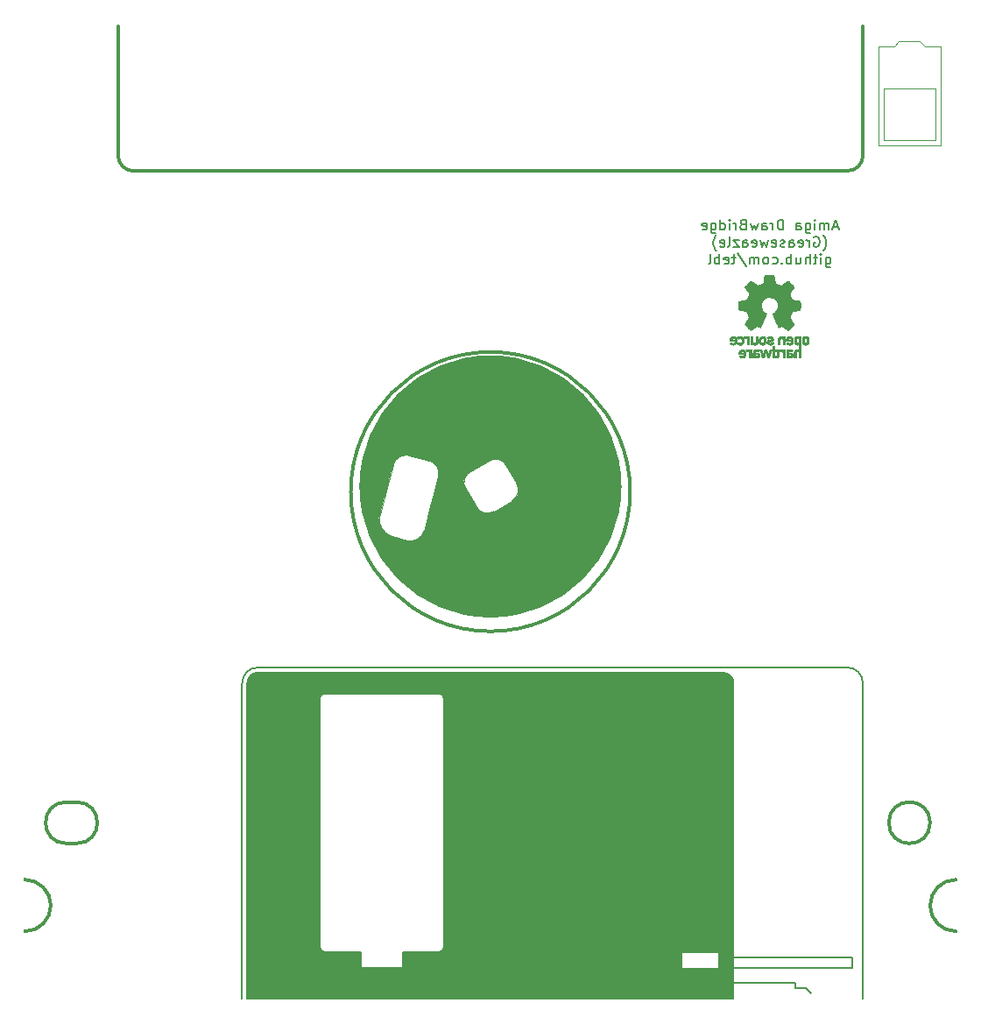
<source format=gbo>
G04 #@! TF.GenerationSoftware,KiCad,Pcbnew,(5.1.8)-1*
G04 #@! TF.CreationDate,2021-11-04T15:10:50+01:00*
G04 #@! TF.ProjectId,Greaseweazle FB1,47726561-7365-4776-9561-7a6c65204642,rev?*
G04 #@! TF.SameCoordinates,Original*
G04 #@! TF.FileFunction,Legend,Bot*
G04 #@! TF.FilePolarity,Positive*
%FSLAX46Y46*%
G04 Gerber Fmt 4.6, Leading zero omitted, Abs format (unit mm)*
G04 Created by KiCad (PCBNEW (5.1.8)-1) date 2021-11-04 15:10:50*
%MOMM*%
%LPD*%
G01*
G04 APERTURE LIST*
%ADD10C,0.150000*%
%ADD11C,0.120000*%
%ADD12C,0.100000*%
%ADD13C,0.300000*%
%ADD14C,0.200000*%
%ADD15C,0.010000*%
G04 APERTURE END LIST*
D10*
X186595238Y-74416666D02*
X186119047Y-74416666D01*
X186690476Y-74702380D02*
X186357142Y-73702380D01*
X186023809Y-74702380D01*
X185690476Y-74702380D02*
X185690476Y-74035714D01*
X185690476Y-74130952D02*
X185642857Y-74083333D01*
X185547619Y-74035714D01*
X185404761Y-74035714D01*
X185309523Y-74083333D01*
X185261904Y-74178571D01*
X185261904Y-74702380D01*
X185261904Y-74178571D02*
X185214285Y-74083333D01*
X185119047Y-74035714D01*
X184976190Y-74035714D01*
X184880952Y-74083333D01*
X184833333Y-74178571D01*
X184833333Y-74702380D01*
X184357142Y-74702380D02*
X184357142Y-74035714D01*
X184357142Y-73702380D02*
X184404761Y-73750000D01*
X184357142Y-73797619D01*
X184309523Y-73750000D01*
X184357142Y-73702380D01*
X184357142Y-73797619D01*
X183452380Y-74035714D02*
X183452380Y-74845238D01*
X183500000Y-74940476D01*
X183547619Y-74988095D01*
X183642857Y-75035714D01*
X183785714Y-75035714D01*
X183880952Y-74988095D01*
X183452380Y-74654761D02*
X183547619Y-74702380D01*
X183738095Y-74702380D01*
X183833333Y-74654761D01*
X183880952Y-74607142D01*
X183928571Y-74511904D01*
X183928571Y-74226190D01*
X183880952Y-74130952D01*
X183833333Y-74083333D01*
X183738095Y-74035714D01*
X183547619Y-74035714D01*
X183452380Y-74083333D01*
X182547619Y-74702380D02*
X182547619Y-74178571D01*
X182595238Y-74083333D01*
X182690476Y-74035714D01*
X182880952Y-74035714D01*
X182976190Y-74083333D01*
X182547619Y-74654761D02*
X182642857Y-74702380D01*
X182880952Y-74702380D01*
X182976190Y-74654761D01*
X183023809Y-74559523D01*
X183023809Y-74464285D01*
X182976190Y-74369047D01*
X182880952Y-74321428D01*
X182642857Y-74321428D01*
X182547619Y-74273809D01*
X181309523Y-74702380D02*
X181309523Y-73702380D01*
X181071428Y-73702380D01*
X180928571Y-73750000D01*
X180833333Y-73845238D01*
X180785714Y-73940476D01*
X180738095Y-74130952D01*
X180738095Y-74273809D01*
X180785714Y-74464285D01*
X180833333Y-74559523D01*
X180928571Y-74654761D01*
X181071428Y-74702380D01*
X181309523Y-74702380D01*
X180309523Y-74702380D02*
X180309523Y-74035714D01*
X180309523Y-74226190D02*
X180261904Y-74130952D01*
X180214285Y-74083333D01*
X180119047Y-74035714D01*
X180023809Y-74035714D01*
X179261904Y-74702380D02*
X179261904Y-74178571D01*
X179309523Y-74083333D01*
X179404761Y-74035714D01*
X179595238Y-74035714D01*
X179690476Y-74083333D01*
X179261904Y-74654761D02*
X179357142Y-74702380D01*
X179595238Y-74702380D01*
X179690476Y-74654761D01*
X179738095Y-74559523D01*
X179738095Y-74464285D01*
X179690476Y-74369047D01*
X179595238Y-74321428D01*
X179357142Y-74321428D01*
X179261904Y-74273809D01*
X178880952Y-74035714D02*
X178690476Y-74702380D01*
X178500000Y-74226190D01*
X178309523Y-74702380D01*
X178119047Y-74035714D01*
X177404761Y-74178571D02*
X177261904Y-74226190D01*
X177214285Y-74273809D01*
X177166666Y-74369047D01*
X177166666Y-74511904D01*
X177214285Y-74607142D01*
X177261904Y-74654761D01*
X177357142Y-74702380D01*
X177738095Y-74702380D01*
X177738095Y-73702380D01*
X177404761Y-73702380D01*
X177309523Y-73750000D01*
X177261904Y-73797619D01*
X177214285Y-73892857D01*
X177214285Y-73988095D01*
X177261904Y-74083333D01*
X177309523Y-74130952D01*
X177404761Y-74178571D01*
X177738095Y-74178571D01*
X176738095Y-74702380D02*
X176738095Y-74035714D01*
X176738095Y-74226190D02*
X176690476Y-74130952D01*
X176642857Y-74083333D01*
X176547619Y-74035714D01*
X176452380Y-74035714D01*
X176119047Y-74702380D02*
X176119047Y-74035714D01*
X176119047Y-73702380D02*
X176166666Y-73750000D01*
X176119047Y-73797619D01*
X176071428Y-73750000D01*
X176119047Y-73702380D01*
X176119047Y-73797619D01*
X175214285Y-74702380D02*
X175214285Y-73702380D01*
X175214285Y-74654761D02*
X175309523Y-74702380D01*
X175500000Y-74702380D01*
X175595238Y-74654761D01*
X175642857Y-74607142D01*
X175690476Y-74511904D01*
X175690476Y-74226190D01*
X175642857Y-74130952D01*
X175595238Y-74083333D01*
X175500000Y-74035714D01*
X175309523Y-74035714D01*
X175214285Y-74083333D01*
X174309523Y-74035714D02*
X174309523Y-74845238D01*
X174357142Y-74940476D01*
X174404761Y-74988095D01*
X174500000Y-75035714D01*
X174642857Y-75035714D01*
X174738095Y-74988095D01*
X174309523Y-74654761D02*
X174404761Y-74702380D01*
X174595238Y-74702380D01*
X174690476Y-74654761D01*
X174738095Y-74607142D01*
X174785714Y-74511904D01*
X174785714Y-74226190D01*
X174738095Y-74130952D01*
X174690476Y-74083333D01*
X174595238Y-74035714D01*
X174404761Y-74035714D01*
X174309523Y-74083333D01*
X173452380Y-74654761D02*
X173547619Y-74702380D01*
X173738095Y-74702380D01*
X173833333Y-74654761D01*
X173880952Y-74559523D01*
X173880952Y-74178571D01*
X173833333Y-74083333D01*
X173738095Y-74035714D01*
X173547619Y-74035714D01*
X173452380Y-74083333D01*
X173404761Y-74178571D01*
X173404761Y-74273809D01*
X173880952Y-74369047D01*
X185166666Y-76733333D02*
X185214285Y-76685714D01*
X185309523Y-76542857D01*
X185357142Y-76447619D01*
X185404761Y-76304761D01*
X185452380Y-76066666D01*
X185452380Y-75876190D01*
X185404761Y-75638095D01*
X185357142Y-75495238D01*
X185309523Y-75400000D01*
X185214285Y-75257142D01*
X185166666Y-75209523D01*
X184261904Y-75400000D02*
X184357142Y-75352380D01*
X184500000Y-75352380D01*
X184642857Y-75400000D01*
X184738095Y-75495238D01*
X184785714Y-75590476D01*
X184833333Y-75780952D01*
X184833333Y-75923809D01*
X184785714Y-76114285D01*
X184738095Y-76209523D01*
X184642857Y-76304761D01*
X184500000Y-76352380D01*
X184404761Y-76352380D01*
X184261904Y-76304761D01*
X184214285Y-76257142D01*
X184214285Y-75923809D01*
X184404761Y-75923809D01*
X183785714Y-76352380D02*
X183785714Y-75685714D01*
X183785714Y-75876190D02*
X183738095Y-75780952D01*
X183690476Y-75733333D01*
X183595238Y-75685714D01*
X183500000Y-75685714D01*
X182785714Y-76304761D02*
X182880952Y-76352380D01*
X183071428Y-76352380D01*
X183166666Y-76304761D01*
X183214285Y-76209523D01*
X183214285Y-75828571D01*
X183166666Y-75733333D01*
X183071428Y-75685714D01*
X182880952Y-75685714D01*
X182785714Y-75733333D01*
X182738095Y-75828571D01*
X182738095Y-75923809D01*
X183214285Y-76019047D01*
X181880952Y-76352380D02*
X181880952Y-75828571D01*
X181928571Y-75733333D01*
X182023809Y-75685714D01*
X182214285Y-75685714D01*
X182309523Y-75733333D01*
X181880952Y-76304761D02*
X181976190Y-76352380D01*
X182214285Y-76352380D01*
X182309523Y-76304761D01*
X182357142Y-76209523D01*
X182357142Y-76114285D01*
X182309523Y-76019047D01*
X182214285Y-75971428D01*
X181976190Y-75971428D01*
X181880952Y-75923809D01*
X181452380Y-76304761D02*
X181357142Y-76352380D01*
X181166666Y-76352380D01*
X181071428Y-76304761D01*
X181023809Y-76209523D01*
X181023809Y-76161904D01*
X181071428Y-76066666D01*
X181166666Y-76019047D01*
X181309523Y-76019047D01*
X181404761Y-75971428D01*
X181452380Y-75876190D01*
X181452380Y-75828571D01*
X181404761Y-75733333D01*
X181309523Y-75685714D01*
X181166666Y-75685714D01*
X181071428Y-75733333D01*
X180214285Y-76304761D02*
X180309523Y-76352380D01*
X180500000Y-76352380D01*
X180595238Y-76304761D01*
X180642857Y-76209523D01*
X180642857Y-75828571D01*
X180595238Y-75733333D01*
X180500000Y-75685714D01*
X180309523Y-75685714D01*
X180214285Y-75733333D01*
X180166666Y-75828571D01*
X180166666Y-75923809D01*
X180642857Y-76019047D01*
X179833333Y-75685714D02*
X179642857Y-76352380D01*
X179452380Y-75876190D01*
X179261904Y-76352380D01*
X179071428Y-75685714D01*
X178309523Y-76304761D02*
X178404761Y-76352380D01*
X178595238Y-76352380D01*
X178690476Y-76304761D01*
X178738095Y-76209523D01*
X178738095Y-75828571D01*
X178690476Y-75733333D01*
X178595238Y-75685714D01*
X178404761Y-75685714D01*
X178309523Y-75733333D01*
X178261904Y-75828571D01*
X178261904Y-75923809D01*
X178738095Y-76019047D01*
X177404761Y-76352380D02*
X177404761Y-75828571D01*
X177452380Y-75733333D01*
X177547619Y-75685714D01*
X177738095Y-75685714D01*
X177833333Y-75733333D01*
X177404761Y-76304761D02*
X177500000Y-76352380D01*
X177738095Y-76352380D01*
X177833333Y-76304761D01*
X177880952Y-76209523D01*
X177880952Y-76114285D01*
X177833333Y-76019047D01*
X177738095Y-75971428D01*
X177500000Y-75971428D01*
X177404761Y-75923809D01*
X177023809Y-75685714D02*
X176500000Y-75685714D01*
X177023809Y-76352380D01*
X176500000Y-76352380D01*
X175976190Y-76352380D02*
X176071428Y-76304761D01*
X176119047Y-76209523D01*
X176119047Y-75352380D01*
X175214285Y-76304761D02*
X175309523Y-76352380D01*
X175500000Y-76352380D01*
X175595238Y-76304761D01*
X175642857Y-76209523D01*
X175642857Y-75828571D01*
X175595238Y-75733333D01*
X175500000Y-75685714D01*
X175309523Y-75685714D01*
X175214285Y-75733333D01*
X175166666Y-75828571D01*
X175166666Y-75923809D01*
X175642857Y-76019047D01*
X174833333Y-76733333D02*
X174785714Y-76685714D01*
X174690476Y-76542857D01*
X174642857Y-76447619D01*
X174595238Y-76304761D01*
X174547619Y-76066666D01*
X174547619Y-75876190D01*
X174595238Y-75638095D01*
X174642857Y-75495238D01*
X174690476Y-75400000D01*
X174785714Y-75257142D01*
X174833333Y-75209523D01*
X185404761Y-77335714D02*
X185404761Y-78145238D01*
X185452380Y-78240476D01*
X185500000Y-78288095D01*
X185595238Y-78335714D01*
X185738095Y-78335714D01*
X185833333Y-78288095D01*
X185404761Y-77954761D02*
X185500000Y-78002380D01*
X185690476Y-78002380D01*
X185785714Y-77954761D01*
X185833333Y-77907142D01*
X185880952Y-77811904D01*
X185880952Y-77526190D01*
X185833333Y-77430952D01*
X185785714Y-77383333D01*
X185690476Y-77335714D01*
X185500000Y-77335714D01*
X185404761Y-77383333D01*
X184928571Y-78002380D02*
X184928571Y-77335714D01*
X184928571Y-77002380D02*
X184976190Y-77050000D01*
X184928571Y-77097619D01*
X184880952Y-77050000D01*
X184928571Y-77002380D01*
X184928571Y-77097619D01*
X184595238Y-77335714D02*
X184214285Y-77335714D01*
X184452380Y-77002380D02*
X184452380Y-77859523D01*
X184404761Y-77954761D01*
X184309523Y-78002380D01*
X184214285Y-78002380D01*
X183880952Y-78002380D02*
X183880952Y-77002380D01*
X183452380Y-78002380D02*
X183452380Y-77478571D01*
X183500000Y-77383333D01*
X183595238Y-77335714D01*
X183738095Y-77335714D01*
X183833333Y-77383333D01*
X183880952Y-77430952D01*
X182547619Y-77335714D02*
X182547619Y-78002380D01*
X182976190Y-77335714D02*
X182976190Y-77859523D01*
X182928571Y-77954761D01*
X182833333Y-78002380D01*
X182690476Y-78002380D01*
X182595238Y-77954761D01*
X182547619Y-77907142D01*
X182071428Y-78002380D02*
X182071428Y-77002380D01*
X182071428Y-77383333D02*
X181976190Y-77335714D01*
X181785714Y-77335714D01*
X181690476Y-77383333D01*
X181642857Y-77430952D01*
X181595238Y-77526190D01*
X181595238Y-77811904D01*
X181642857Y-77907142D01*
X181690476Y-77954761D01*
X181785714Y-78002380D01*
X181976190Y-78002380D01*
X182071428Y-77954761D01*
X181166666Y-77907142D02*
X181119047Y-77954761D01*
X181166666Y-78002380D01*
X181214285Y-77954761D01*
X181166666Y-77907142D01*
X181166666Y-78002380D01*
X180261904Y-77954761D02*
X180357142Y-78002380D01*
X180547619Y-78002380D01*
X180642857Y-77954761D01*
X180690476Y-77907142D01*
X180738095Y-77811904D01*
X180738095Y-77526190D01*
X180690476Y-77430952D01*
X180642857Y-77383333D01*
X180547619Y-77335714D01*
X180357142Y-77335714D01*
X180261904Y-77383333D01*
X179690476Y-78002380D02*
X179785714Y-77954761D01*
X179833333Y-77907142D01*
X179880952Y-77811904D01*
X179880952Y-77526190D01*
X179833333Y-77430952D01*
X179785714Y-77383333D01*
X179690476Y-77335714D01*
X179547619Y-77335714D01*
X179452380Y-77383333D01*
X179404761Y-77430952D01*
X179357142Y-77526190D01*
X179357142Y-77811904D01*
X179404761Y-77907142D01*
X179452380Y-77954761D01*
X179547619Y-78002380D01*
X179690476Y-78002380D01*
X178928571Y-78002380D02*
X178928571Y-77335714D01*
X178928571Y-77430952D02*
X178880952Y-77383333D01*
X178785714Y-77335714D01*
X178642857Y-77335714D01*
X178547619Y-77383333D01*
X178500000Y-77478571D01*
X178500000Y-78002380D01*
X178500000Y-77478571D02*
X178452380Y-77383333D01*
X178357142Y-77335714D01*
X178214285Y-77335714D01*
X178119047Y-77383333D01*
X178071428Y-77478571D01*
X178071428Y-78002380D01*
X176880952Y-76954761D02*
X177738095Y-78240476D01*
X176690476Y-77335714D02*
X176309523Y-77335714D01*
X176547619Y-77002380D02*
X176547619Y-77859523D01*
X176500000Y-77954761D01*
X176404761Y-78002380D01*
X176309523Y-78002380D01*
X175595238Y-77954761D02*
X175690476Y-78002380D01*
X175880952Y-78002380D01*
X175976190Y-77954761D01*
X176023809Y-77859523D01*
X176023809Y-77478571D01*
X175976190Y-77383333D01*
X175880952Y-77335714D01*
X175690476Y-77335714D01*
X175595238Y-77383333D01*
X175547619Y-77478571D01*
X175547619Y-77573809D01*
X176023809Y-77669047D01*
X175119047Y-78002380D02*
X175119047Y-77002380D01*
X175119047Y-77383333D02*
X175023809Y-77335714D01*
X174833333Y-77335714D01*
X174738095Y-77383333D01*
X174690476Y-77430952D01*
X174642857Y-77526190D01*
X174642857Y-77811904D01*
X174690476Y-77907142D01*
X174738095Y-77954761D01*
X174833333Y-78002380D01*
X175023809Y-78002380D01*
X175119047Y-77954761D01*
X174071428Y-78002380D02*
X174166666Y-77954761D01*
X174214285Y-77859523D01*
X174214285Y-77002380D01*
D11*
X191000000Y-61000000D02*
X191000000Y-66000000D01*
X196000000Y-61000000D02*
X191000000Y-61000000D01*
X196000000Y-66000000D02*
X196000000Y-61000000D01*
X191000000Y-66000000D02*
X196000000Y-66000000D01*
D12*
G36*
X155700000Y-87300000D02*
G01*
X157800000Y-87900000D01*
X159500000Y-88800000D01*
X161300000Y-90100000D01*
X162400000Y-91300000D01*
X163100000Y-92100000D01*
X163800000Y-93200000D01*
X164200000Y-94000000D01*
X147100000Y-88500000D01*
X148400000Y-87900000D01*
X150300000Y-87300000D01*
X152000000Y-87000000D01*
X153600000Y-87000000D01*
X155700000Y-87300000D01*
G37*
X155700000Y-87300000D02*
X157800000Y-87900000D01*
X159500000Y-88800000D01*
X161300000Y-90100000D01*
X162400000Y-91300000D01*
X163100000Y-92100000D01*
X163800000Y-93200000D01*
X164200000Y-94000000D01*
X147100000Y-88500000D01*
X148400000Y-87900000D01*
X150300000Y-87300000D01*
X152000000Y-87000000D01*
X153600000Y-87000000D01*
X155700000Y-87300000D01*
G36*
X150500000Y-98700000D02*
G01*
X150400000Y-99100000D01*
X150500000Y-99400000D01*
X150615185Y-99711237D01*
X150800000Y-100000000D01*
X147600000Y-100000000D01*
X147953637Y-98530233D01*
X148000000Y-98200000D01*
X150800000Y-98200000D01*
X150500000Y-98700000D01*
G37*
X150500000Y-98700000D02*
X150400000Y-99100000D01*
X150500000Y-99400000D01*
X150615185Y-99711237D01*
X150800000Y-100000000D01*
X147600000Y-100000000D01*
X147953637Y-98530233D01*
X148000000Y-98200000D01*
X150800000Y-98200000D01*
X150500000Y-98700000D01*
G36*
X164200000Y-94000000D02*
G01*
X165100000Y-96300000D01*
X165500000Y-98900000D01*
X165300000Y-101700000D01*
X164800000Y-103700000D01*
X146530132Y-103842824D01*
X146700000Y-103200000D01*
X147200000Y-101400000D01*
X147600000Y-100000000D01*
X150800000Y-100000000D01*
X151615185Y-101443288D01*
X151900000Y-101800000D01*
X152300000Y-102000000D01*
X152800000Y-102100000D01*
X153100000Y-102000000D01*
X153500000Y-101800000D01*
X155200000Y-100800000D01*
X155400000Y-100600000D01*
X155600000Y-100300000D01*
X155700000Y-99800000D01*
X155600000Y-99400000D01*
X155300000Y-98800000D01*
X154400000Y-97300000D01*
X154100000Y-97000000D01*
X153500000Y-96800000D01*
X153000000Y-96900000D01*
X150800000Y-98200000D01*
X148000000Y-98200000D01*
X147900000Y-97700000D01*
X147800000Y-97500000D01*
X147500000Y-97200000D01*
X147069753Y-96999301D01*
X147100000Y-88500000D01*
X164200000Y-94000000D01*
G37*
X164200000Y-94000000D02*
X165100000Y-96300000D01*
X165500000Y-98900000D01*
X165300000Y-101700000D01*
X164800000Y-103700000D01*
X146530132Y-103842824D01*
X146700000Y-103200000D01*
X147200000Y-101400000D01*
X147600000Y-100000000D01*
X150800000Y-100000000D01*
X151615185Y-101443288D01*
X151900000Y-101800000D01*
X152300000Y-102000000D01*
X152800000Y-102100000D01*
X153100000Y-102000000D01*
X153500000Y-101800000D01*
X155200000Y-100800000D01*
X155400000Y-100600000D01*
X155600000Y-100300000D01*
X155700000Y-99800000D01*
X155600000Y-99400000D01*
X155300000Y-98800000D01*
X154400000Y-97300000D01*
X154100000Y-97000000D01*
X153500000Y-96800000D01*
X153000000Y-96900000D01*
X150800000Y-98200000D01*
X148000000Y-98200000D01*
X147900000Y-97700000D01*
X147800000Y-97500000D01*
X147500000Y-97200000D01*
X147069753Y-96999301D01*
X147100000Y-88500000D01*
X164200000Y-94000000D01*
G36*
X143200000Y-98900000D02*
G01*
X142312875Y-102195177D01*
X142200000Y-102700000D01*
X142500000Y-103600000D01*
X142800000Y-103900000D01*
X143200000Y-104200000D01*
X143800000Y-104400000D01*
X144900000Y-104700000D01*
X145300000Y-104800000D01*
X145800000Y-104700000D01*
X146100000Y-104500000D01*
X146400000Y-104200000D01*
X146530132Y-103842824D01*
X164800000Y-103700000D01*
X163800000Y-105700000D01*
X162600000Y-107500000D01*
X161400000Y-108700000D01*
X160000000Y-109900000D01*
X158500000Y-110700000D01*
X157400000Y-111200000D01*
X155700000Y-111700000D01*
X154400000Y-111900000D01*
X152800000Y-112000000D01*
X151200000Y-111900000D01*
X149700000Y-111600000D01*
X148100000Y-111000000D01*
X146700000Y-110300000D01*
X145100000Y-109200000D01*
X143700000Y-107900000D01*
X142700000Y-106600000D01*
X141800000Y-105100000D01*
X141200000Y-103600000D01*
X140700000Y-102000000D01*
X140500000Y-100600000D01*
X140500000Y-98900000D01*
X140700000Y-97400000D01*
X143600000Y-97400000D01*
X143200000Y-98900000D01*
G37*
X143200000Y-98900000D02*
X142312875Y-102195177D01*
X142200000Y-102700000D01*
X142500000Y-103600000D01*
X142800000Y-103900000D01*
X143200000Y-104200000D01*
X143800000Y-104400000D01*
X144900000Y-104700000D01*
X145300000Y-104800000D01*
X145800000Y-104700000D01*
X146100000Y-104500000D01*
X146400000Y-104200000D01*
X146530132Y-103842824D01*
X164800000Y-103700000D01*
X163800000Y-105700000D01*
X162600000Y-107500000D01*
X161400000Y-108700000D01*
X160000000Y-109900000D01*
X158500000Y-110700000D01*
X157400000Y-111200000D01*
X155700000Y-111700000D01*
X154400000Y-111900000D01*
X152800000Y-112000000D01*
X151200000Y-111900000D01*
X149700000Y-111600000D01*
X148100000Y-111000000D01*
X146700000Y-110300000D01*
X145100000Y-109200000D01*
X143700000Y-107900000D01*
X142700000Y-106600000D01*
X141800000Y-105100000D01*
X141200000Y-103600000D01*
X140700000Y-102000000D01*
X140500000Y-100600000D01*
X140500000Y-98900000D01*
X140700000Y-97400000D01*
X143600000Y-97400000D01*
X143200000Y-98900000D01*
G36*
X147069753Y-96999301D02*
G01*
X145300000Y-96500000D01*
X144800000Y-96400000D01*
X144200000Y-96600000D01*
X143800000Y-96900000D01*
X143606970Y-97365549D01*
X143600000Y-97400000D01*
X140700000Y-97400000D01*
X141200000Y-95400000D01*
X141900000Y-93800000D01*
X142900000Y-92200000D01*
X143600000Y-91300000D01*
X145800000Y-89300000D01*
X147100000Y-88500000D01*
X147069753Y-96999301D01*
G37*
X147069753Y-96999301D02*
X145300000Y-96500000D01*
X144800000Y-96400000D01*
X144200000Y-96600000D01*
X143800000Y-96900000D01*
X143606970Y-97365549D01*
X143600000Y-97400000D01*
X140700000Y-97400000D01*
X141200000Y-95400000D01*
X141900000Y-93800000D01*
X142900000Y-92200000D01*
X143600000Y-91300000D01*
X145800000Y-89300000D01*
X147100000Y-88500000D01*
X147069753Y-96999301D01*
G36*
X176000000Y-117600000D02*
G01*
X176400000Y-118000000D01*
X176500000Y-118500000D01*
X176500000Y-144500000D01*
X171500000Y-144500000D01*
X171500000Y-146000000D01*
X148500000Y-146000000D01*
X148500000Y-120000000D01*
X148700000Y-117500000D01*
X175500000Y-117500000D01*
X176000000Y-117600000D01*
G37*
X176000000Y-117600000D02*
X176400000Y-118000000D01*
X176500000Y-118500000D01*
X176500000Y-144500000D01*
X171500000Y-144500000D01*
X171500000Y-146000000D01*
X148500000Y-146000000D01*
X148500000Y-120000000D01*
X148700000Y-117500000D01*
X175500000Y-117500000D01*
X176000000Y-117600000D01*
G36*
X148700000Y-120000000D02*
G01*
X148500000Y-120000000D01*
X148500000Y-119800000D01*
X148300000Y-119600000D01*
X148000000Y-119500000D01*
X136800000Y-119500000D01*
X136600000Y-119700000D01*
X136500000Y-120000000D01*
X136500000Y-144100000D01*
X136700000Y-144400000D01*
X137000000Y-144500000D01*
X140500000Y-144500000D01*
X140500000Y-146000000D01*
X144500000Y-146000000D01*
X144500000Y-144500000D01*
X148200000Y-144500000D01*
X148400000Y-144300000D01*
X148500000Y-144000000D01*
X148500000Y-146000000D01*
X175000000Y-146000000D01*
X175000000Y-144500000D01*
X176500000Y-144500000D01*
X176500000Y-149000000D01*
X129500000Y-149000000D01*
X129500000Y-118300000D01*
X129600000Y-118100000D01*
X129800000Y-117800000D01*
X130100000Y-117600000D01*
X130500000Y-117500000D01*
X148700000Y-117500000D01*
X148700000Y-120000000D01*
G37*
X148700000Y-120000000D02*
X148500000Y-120000000D01*
X148500000Y-119800000D01*
X148300000Y-119600000D01*
X148000000Y-119500000D01*
X136800000Y-119500000D01*
X136600000Y-119700000D01*
X136500000Y-120000000D01*
X136500000Y-144100000D01*
X136700000Y-144400000D01*
X137000000Y-144500000D01*
X140500000Y-144500000D01*
X140500000Y-146000000D01*
X144500000Y-146000000D01*
X144500000Y-144500000D01*
X148200000Y-144500000D01*
X148400000Y-144300000D01*
X148500000Y-144000000D01*
X148500000Y-146000000D01*
X175000000Y-146000000D01*
X175000000Y-144500000D01*
X176500000Y-144500000D01*
X176500000Y-149000000D01*
X129500000Y-149000000D01*
X129500000Y-118300000D01*
X129600000Y-118100000D01*
X129800000Y-117800000D01*
X130100000Y-117600000D01*
X130500000Y-117500000D01*
X148700000Y-117500000D01*
X148700000Y-120000000D01*
D11*
X143606970Y-97365548D02*
X142312875Y-102195177D01*
X143550312Y-104338481D02*
X144999201Y-104726709D01*
X143550312Y-104338480D02*
G75*
G02*
X142312875Y-102195177I452933J1690370D01*
G01*
X146530132Y-103842824D02*
G75*
G02*
X144999201Y-104726709I-1207408J323523D01*
G01*
X147069753Y-96999302D02*
X145137901Y-96481664D01*
X146530132Y-103842825D02*
X147953637Y-98530233D01*
X147069753Y-96999301D02*
G75*
G02*
X147953637Y-98530233I-323524J-1207408D01*
G01*
X143606970Y-97365549D02*
G75*
G02*
X145137901Y-96481664I1207408J-323523D01*
G01*
X155512299Y-99193288D02*
G75*
G02*
X155054767Y-100900820I-1082532J-625000D01*
G01*
X153322716Y-101900819D02*
G75*
G02*
X151615185Y-101443288I-625000J1082531D01*
G01*
X150615184Y-99711237D02*
G75*
G02*
X151072716Y-98003705I1082532J625000D01*
G01*
X152804767Y-97003705D02*
G75*
G02*
X154512299Y-97461237I625000J-1082532D01*
G01*
X152804767Y-97003705D02*
X151072716Y-98003705D01*
X155512299Y-99193288D02*
X154512299Y-97461237D01*
X153322716Y-101900820D02*
X155054767Y-100900820D01*
X150615185Y-99711237D02*
X151615185Y-101443288D01*
D13*
X165500000Y-99500000D02*
G75*
G03*
X165500000Y-99500000I-12500000J0D01*
G01*
X166500000Y-100000000D02*
G75*
G03*
X166500000Y-100000000I-13500000J0D01*
G01*
D11*
X194500000Y-56500000D02*
X192500000Y-56500000D01*
X192000000Y-57000000D02*
X190500000Y-57000000D01*
X192500000Y-56500000D02*
X192000000Y-57000000D01*
X195000000Y-57000000D02*
X196500000Y-57000000D01*
X194500000Y-56500000D02*
X195000000Y-57000000D01*
X196500000Y-66500000D02*
X190500000Y-66500000D01*
X196500000Y-57000000D02*
X196500000Y-66500000D01*
X190500000Y-66500000D02*
X190500000Y-57000000D01*
D14*
X183500000Y-148000000D02*
X184000000Y-148500000D01*
X182500000Y-148000000D02*
X183500000Y-148000000D01*
X182500000Y-147500000D02*
X182500000Y-148000000D01*
X176500000Y-147500000D02*
X182500000Y-147500000D01*
D13*
X113000000Y-134000000D02*
X112000000Y-134000000D01*
X113000000Y-130000000D02*
X112000000Y-130000000D01*
X113000000Y-130000000D02*
G75*
G02*
X113000000Y-134000000I0J-2000000D01*
G01*
X112000000Y-134000000D02*
G75*
G02*
X112000000Y-130000000I0J2000000D01*
G01*
X195500000Y-132000000D02*
G75*
G03*
X195500000Y-132000000I-2000000J0D01*
G01*
X110500000Y-140000000D02*
G75*
G02*
X108000000Y-142500000I-2500000J0D01*
G01*
X108000000Y-137500000D02*
G75*
G02*
X110500000Y-140000000I0J-2500000D01*
G01*
X198000000Y-142500000D02*
G75*
G02*
X195500000Y-140000000I0J2500000D01*
G01*
X195500000Y-140000000D02*
G75*
G02*
X198000000Y-137500000I2500000J0D01*
G01*
D14*
X188000000Y-145000000D02*
X176500000Y-145000000D01*
X188000000Y-146000000D02*
X188000000Y-145000000D01*
X176500000Y-146000000D02*
X188000000Y-146000000D01*
D11*
X171500000Y-144500000D02*
X175000000Y-144500000D01*
X171500000Y-146000000D02*
X171500000Y-144500000D01*
X175000000Y-146000000D02*
X171500000Y-146000000D01*
X175000000Y-144500000D02*
X175000000Y-146000000D01*
D14*
X148000000Y-144500000D02*
X144500000Y-144500000D01*
X137000000Y-119500000D02*
X148000000Y-119500000D01*
X148500000Y-120000000D02*
X148500000Y-144000000D01*
X148000000Y-119500000D02*
G75*
G02*
X148500000Y-120000000I0J-500000D01*
G01*
X136500000Y-120000000D02*
X136500000Y-144000000D01*
X137000000Y-144500000D02*
G75*
G02*
X136500000Y-144000000I0J500000D01*
G01*
X137000000Y-144500000D02*
X140500000Y-144500000D01*
X136500000Y-120000000D02*
G75*
G02*
X137000000Y-119500000I500000J0D01*
G01*
X148500000Y-144000000D02*
G75*
G02*
X148000000Y-144500000I-500000J0D01*
G01*
X140500000Y-144500000D02*
X140500000Y-146000000D01*
X144500000Y-144500000D02*
X144500000Y-146000000D01*
X140500000Y-146000000D02*
X144500000Y-146000000D01*
X129500000Y-118500000D02*
G75*
G02*
X130500000Y-117500000I1000000J0D01*
G01*
X175500000Y-117500000D02*
G75*
G02*
X176500000Y-118500000I0J-1000000D01*
G01*
X129500000Y-118500000D02*
X129500000Y-149000000D01*
X176500000Y-118500000D02*
X176500000Y-149000000D01*
X130500000Y-117500000D02*
X175500000Y-117500000D01*
X130500000Y-117000000D02*
X187500000Y-117000000D01*
X129000000Y-118500000D02*
X129000000Y-149000000D01*
X187500000Y-117000000D02*
G75*
G02*
X189000000Y-118500000I0J-1500000D01*
G01*
X189000000Y-118500000D02*
X189000000Y-149000000D01*
X129000000Y-118500000D02*
G75*
G02*
X130500000Y-117000000I1500000J0D01*
G01*
D13*
X189000000Y-55000000D02*
X189000000Y-67500000D01*
X117000000Y-55000000D02*
X117000000Y-67500000D01*
X118500000Y-69000000D02*
G75*
G02*
X117000000Y-67500000I0J1500000D01*
G01*
X189000000Y-67500000D02*
G75*
G02*
X187500000Y-69000000I-1500000J0D01*
G01*
X187500000Y-69000000D02*
X118500000Y-69000000D01*
D15*
G36*
X179461036Y-79446576D02*
G01*
X179385487Y-79847322D01*
X178827959Y-80077154D01*
X178493535Y-79849748D01*
X178399878Y-79786431D01*
X178315218Y-79729896D01*
X178243505Y-79682727D01*
X178188689Y-79647502D01*
X178154720Y-79626805D01*
X178145470Y-79622342D01*
X178128805Y-79633820D01*
X178093194Y-79665551D01*
X178042629Y-79713483D01*
X177981100Y-79773562D01*
X177912601Y-79841733D01*
X177841121Y-79913945D01*
X177770653Y-79986142D01*
X177705189Y-80054273D01*
X177648720Y-80114283D01*
X177605237Y-80162119D01*
X177578732Y-80193727D01*
X177572395Y-80204305D01*
X177581514Y-80223806D01*
X177607080Y-80266531D01*
X177646403Y-80328298D01*
X177696797Y-80404931D01*
X177755573Y-80492248D01*
X177789632Y-80542052D01*
X177851711Y-80632993D01*
X177906874Y-80715059D01*
X177952446Y-80784163D01*
X177985750Y-80836222D01*
X178004110Y-80867150D01*
X178006869Y-80873650D01*
X178000615Y-80892121D01*
X177983566Y-80935172D01*
X177958297Y-80996749D01*
X177927378Y-81070799D01*
X177893382Y-81151270D01*
X177858882Y-81232107D01*
X177826449Y-81307258D01*
X177798657Y-81370671D01*
X177778077Y-81416293D01*
X177767281Y-81438069D01*
X177766644Y-81438926D01*
X177749693Y-81443084D01*
X177704549Y-81452361D01*
X177635890Y-81465844D01*
X177548398Y-81482621D01*
X177446750Y-81501781D01*
X177387444Y-81512830D01*
X177278828Y-81533510D01*
X177180723Y-81553189D01*
X177098091Y-81570789D01*
X177035896Y-81585233D01*
X176999101Y-81595446D01*
X176991704Y-81598686D01*
X176984460Y-81620617D01*
X176978615Y-81670147D01*
X176974165Y-81741485D01*
X176971107Y-81828839D01*
X176969435Y-81926417D01*
X176969147Y-82028426D01*
X176970239Y-82129075D01*
X176972706Y-82222572D01*
X176976544Y-82303125D01*
X176981750Y-82364942D01*
X176988319Y-82402230D01*
X176992259Y-82409993D01*
X177015812Y-82419298D01*
X177065718Y-82432600D01*
X177135377Y-82448337D01*
X177218187Y-82464946D01*
X177247095Y-82470319D01*
X177386469Y-82495848D01*
X177496564Y-82516408D01*
X177581018Y-82532815D01*
X177643470Y-82545887D01*
X177687556Y-82556441D01*
X177716915Y-82565294D01*
X177735185Y-82573263D01*
X177746002Y-82581165D01*
X177747515Y-82582727D01*
X177762623Y-82607886D01*
X177785671Y-82656850D01*
X177814356Y-82723621D01*
X177846378Y-82802205D01*
X177879435Y-82886607D01*
X177911227Y-82970830D01*
X177939451Y-83048879D01*
X177961807Y-83114759D01*
X177975993Y-83162473D01*
X177979707Y-83186027D01*
X177979398Y-83186852D01*
X177966811Y-83206104D01*
X177938256Y-83248463D01*
X177896733Y-83309521D01*
X177845244Y-83384868D01*
X177786789Y-83470096D01*
X177770142Y-83494315D01*
X177710785Y-83582123D01*
X177658553Y-83662238D01*
X177616292Y-83730062D01*
X177586847Y-83780993D01*
X177573063Y-83810431D01*
X177572395Y-83814048D01*
X177583976Y-83833057D01*
X177615976Y-83870714D01*
X177664282Y-83922973D01*
X177724780Y-83985786D01*
X177793356Y-84055106D01*
X177865896Y-84126885D01*
X177938288Y-84197077D01*
X178006416Y-84261635D01*
X178066168Y-84316510D01*
X178113429Y-84357656D01*
X178144087Y-84381026D01*
X178152568Y-84384842D01*
X178172309Y-84375855D01*
X178212726Y-84351616D01*
X178267237Y-84316209D01*
X178309177Y-84287711D01*
X178385171Y-84235418D01*
X178475166Y-84173845D01*
X178565436Y-84112370D01*
X178613968Y-84079469D01*
X178778238Y-83968359D01*
X178916131Y-84042916D01*
X178978951Y-84075578D01*
X179032371Y-84100966D01*
X179068516Y-84115446D01*
X179077716Y-84117460D01*
X179088779Y-84102584D01*
X179110606Y-84060547D01*
X179141566Y-83995227D01*
X179180030Y-83910500D01*
X179224368Y-83810245D01*
X179272953Y-83698339D01*
X179324154Y-83578659D01*
X179376341Y-83455084D01*
X179427887Y-83331491D01*
X179477160Y-83211757D01*
X179522533Y-83099759D01*
X179562375Y-82999377D01*
X179595058Y-82914486D01*
X179618951Y-82848965D01*
X179632426Y-82806690D01*
X179634594Y-82792172D01*
X179617417Y-82773653D01*
X179579810Y-82743590D01*
X179529634Y-82708232D01*
X179525422Y-82705434D01*
X179395736Y-82601625D01*
X179291166Y-82480515D01*
X179212619Y-82345976D01*
X179161001Y-82201882D01*
X179137218Y-82052105D01*
X179142177Y-81900517D01*
X179176783Y-81750992D01*
X179241943Y-81607400D01*
X179261114Y-81575984D01*
X179360826Y-81449125D01*
X179478623Y-81347255D01*
X179610429Y-81270904D01*
X179752167Y-81220602D01*
X179899758Y-81196879D01*
X180049127Y-81200265D01*
X180196197Y-81231288D01*
X180336889Y-81290480D01*
X180467127Y-81378369D01*
X180507414Y-81414042D01*
X180609945Y-81525706D01*
X180684659Y-81643257D01*
X180735910Y-81775020D01*
X180764454Y-81905507D01*
X180771500Y-82052216D01*
X180748004Y-82199653D01*
X180696351Y-82342834D01*
X180618929Y-82476777D01*
X180518125Y-82596498D01*
X180396324Y-82697014D01*
X180380316Y-82707609D01*
X180329602Y-82742306D01*
X180291050Y-82772370D01*
X180272619Y-82791565D01*
X180272351Y-82792172D01*
X180276308Y-82812936D01*
X180291993Y-82860062D01*
X180317778Y-82929673D01*
X180352031Y-83017893D01*
X180393123Y-83120844D01*
X180439424Y-83234650D01*
X180489304Y-83355435D01*
X180541133Y-83479321D01*
X180593281Y-83602432D01*
X180644118Y-83720891D01*
X180692013Y-83830823D01*
X180735338Y-83928349D01*
X180772462Y-84009593D01*
X180801756Y-84070679D01*
X180821588Y-84107730D01*
X180829574Y-84117460D01*
X180853979Y-84109883D01*
X180899642Y-84089560D01*
X180958690Y-84060125D01*
X180991160Y-84042916D01*
X181129053Y-83968359D01*
X181293323Y-84079469D01*
X181377179Y-84136390D01*
X181468987Y-84199030D01*
X181555020Y-84258011D01*
X181598113Y-84287711D01*
X181658723Y-84328410D01*
X181710045Y-84360663D01*
X181745385Y-84380384D01*
X181756863Y-84384554D01*
X181773570Y-84373307D01*
X181810546Y-84341911D01*
X181864205Y-84293624D01*
X181930962Y-84231708D01*
X182007234Y-84159421D01*
X182055473Y-84113008D01*
X182139867Y-84030087D01*
X182212803Y-83955920D01*
X182271331Y-83893680D01*
X182312503Y-83846541D01*
X182333372Y-83817673D01*
X182335374Y-83811815D01*
X182326083Y-83789532D01*
X182300409Y-83744477D01*
X182261200Y-83681211D01*
X182211303Y-83604295D01*
X182153567Y-83518292D01*
X182137149Y-83494315D01*
X182077323Y-83407170D01*
X182023650Y-83328710D01*
X181979130Y-83263345D01*
X181946765Y-83215484D01*
X181929555Y-83189535D01*
X181927893Y-83186852D01*
X181930379Y-83166172D01*
X181943577Y-83120704D01*
X181965186Y-83056444D01*
X181992904Y-82979387D01*
X182024430Y-82895529D01*
X182057463Y-82810866D01*
X182089701Y-82731392D01*
X182118843Y-82663104D01*
X182142588Y-82611997D01*
X182158635Y-82584067D01*
X182159775Y-82582727D01*
X182169588Y-82574745D01*
X182186161Y-82566851D01*
X182213132Y-82558229D01*
X182254139Y-82548062D01*
X182312820Y-82535531D01*
X182392813Y-82519821D01*
X182497755Y-82500113D01*
X182631285Y-82475592D01*
X182660196Y-82470319D01*
X182745882Y-82453764D01*
X182820582Y-82437569D01*
X182877694Y-82423296D01*
X182910617Y-82412508D01*
X182915031Y-82409993D01*
X182922306Y-82387696D01*
X182928219Y-82337869D01*
X182932766Y-82266304D01*
X182935945Y-82178793D01*
X182937749Y-82081128D01*
X182938177Y-81979101D01*
X182937223Y-81878503D01*
X182934884Y-81785127D01*
X182931156Y-81704765D01*
X182926034Y-81643209D01*
X182919516Y-81606250D01*
X182915586Y-81598686D01*
X182893708Y-81591056D01*
X182843891Y-81578642D01*
X182771097Y-81562522D01*
X182680289Y-81543773D01*
X182576431Y-81523471D01*
X182519846Y-81512830D01*
X182412486Y-81492760D01*
X182316746Y-81474580D01*
X182237306Y-81459199D01*
X182178846Y-81447531D01*
X182146045Y-81440488D01*
X182140646Y-81438926D01*
X182131522Y-81421322D01*
X182112235Y-81378918D01*
X182085355Y-81317772D01*
X182053454Y-81243943D01*
X182019102Y-81163489D01*
X181984871Y-81082468D01*
X181953331Y-81006937D01*
X181927054Y-80942955D01*
X181908611Y-80896580D01*
X181900571Y-80873869D01*
X181900422Y-80872876D01*
X181909535Y-80854961D01*
X181935086Y-80813733D01*
X181974388Y-80753291D01*
X182024757Y-80677731D01*
X182083506Y-80591152D01*
X182117658Y-80541421D01*
X182179890Y-80450236D01*
X182235164Y-80367449D01*
X182280782Y-80297249D01*
X182314048Y-80243824D01*
X182332264Y-80211361D01*
X182334895Y-80204083D01*
X182323586Y-80187145D01*
X182292319Y-80150978D01*
X182245090Y-80099635D01*
X182185892Y-80037167D01*
X182118719Y-79967626D01*
X182047566Y-79895065D01*
X181976426Y-79823535D01*
X181909293Y-79757087D01*
X181850161Y-79699774D01*
X181803025Y-79655647D01*
X181771877Y-79628759D01*
X181761457Y-79622342D01*
X181744491Y-79631365D01*
X181703911Y-79656715D01*
X181643663Y-79695810D01*
X181567693Y-79746071D01*
X181479946Y-79804917D01*
X181413756Y-79849748D01*
X181079332Y-80077154D01*
X180800567Y-79962238D01*
X180521803Y-79847322D01*
X180446254Y-79446576D01*
X180370706Y-79045829D01*
X179536585Y-79045829D01*
X179461036Y-79446576D01*
G37*
X179461036Y-79446576D02*
X179385487Y-79847322D01*
X178827959Y-80077154D01*
X178493535Y-79849748D01*
X178399878Y-79786431D01*
X178315218Y-79729896D01*
X178243505Y-79682727D01*
X178188689Y-79647502D01*
X178154720Y-79626805D01*
X178145470Y-79622342D01*
X178128805Y-79633820D01*
X178093194Y-79665551D01*
X178042629Y-79713483D01*
X177981100Y-79773562D01*
X177912601Y-79841733D01*
X177841121Y-79913945D01*
X177770653Y-79986142D01*
X177705189Y-80054273D01*
X177648720Y-80114283D01*
X177605237Y-80162119D01*
X177578732Y-80193727D01*
X177572395Y-80204305D01*
X177581514Y-80223806D01*
X177607080Y-80266531D01*
X177646403Y-80328298D01*
X177696797Y-80404931D01*
X177755573Y-80492248D01*
X177789632Y-80542052D01*
X177851711Y-80632993D01*
X177906874Y-80715059D01*
X177952446Y-80784163D01*
X177985750Y-80836222D01*
X178004110Y-80867150D01*
X178006869Y-80873650D01*
X178000615Y-80892121D01*
X177983566Y-80935172D01*
X177958297Y-80996749D01*
X177927378Y-81070799D01*
X177893382Y-81151270D01*
X177858882Y-81232107D01*
X177826449Y-81307258D01*
X177798657Y-81370671D01*
X177778077Y-81416293D01*
X177767281Y-81438069D01*
X177766644Y-81438926D01*
X177749693Y-81443084D01*
X177704549Y-81452361D01*
X177635890Y-81465844D01*
X177548398Y-81482621D01*
X177446750Y-81501781D01*
X177387444Y-81512830D01*
X177278828Y-81533510D01*
X177180723Y-81553189D01*
X177098091Y-81570789D01*
X177035896Y-81585233D01*
X176999101Y-81595446D01*
X176991704Y-81598686D01*
X176984460Y-81620617D01*
X176978615Y-81670147D01*
X176974165Y-81741485D01*
X176971107Y-81828839D01*
X176969435Y-81926417D01*
X176969147Y-82028426D01*
X176970239Y-82129075D01*
X176972706Y-82222572D01*
X176976544Y-82303125D01*
X176981750Y-82364942D01*
X176988319Y-82402230D01*
X176992259Y-82409993D01*
X177015812Y-82419298D01*
X177065718Y-82432600D01*
X177135377Y-82448337D01*
X177218187Y-82464946D01*
X177247095Y-82470319D01*
X177386469Y-82495848D01*
X177496564Y-82516408D01*
X177581018Y-82532815D01*
X177643470Y-82545887D01*
X177687556Y-82556441D01*
X177716915Y-82565294D01*
X177735185Y-82573263D01*
X177746002Y-82581165D01*
X177747515Y-82582727D01*
X177762623Y-82607886D01*
X177785671Y-82656850D01*
X177814356Y-82723621D01*
X177846378Y-82802205D01*
X177879435Y-82886607D01*
X177911227Y-82970830D01*
X177939451Y-83048879D01*
X177961807Y-83114759D01*
X177975993Y-83162473D01*
X177979707Y-83186027D01*
X177979398Y-83186852D01*
X177966811Y-83206104D01*
X177938256Y-83248463D01*
X177896733Y-83309521D01*
X177845244Y-83384868D01*
X177786789Y-83470096D01*
X177770142Y-83494315D01*
X177710785Y-83582123D01*
X177658553Y-83662238D01*
X177616292Y-83730062D01*
X177586847Y-83780993D01*
X177573063Y-83810431D01*
X177572395Y-83814048D01*
X177583976Y-83833057D01*
X177615976Y-83870714D01*
X177664282Y-83922973D01*
X177724780Y-83985786D01*
X177793356Y-84055106D01*
X177865896Y-84126885D01*
X177938288Y-84197077D01*
X178006416Y-84261635D01*
X178066168Y-84316510D01*
X178113429Y-84357656D01*
X178144087Y-84381026D01*
X178152568Y-84384842D01*
X178172309Y-84375855D01*
X178212726Y-84351616D01*
X178267237Y-84316209D01*
X178309177Y-84287711D01*
X178385171Y-84235418D01*
X178475166Y-84173845D01*
X178565436Y-84112370D01*
X178613968Y-84079469D01*
X178778238Y-83968359D01*
X178916131Y-84042916D01*
X178978951Y-84075578D01*
X179032371Y-84100966D01*
X179068516Y-84115446D01*
X179077716Y-84117460D01*
X179088779Y-84102584D01*
X179110606Y-84060547D01*
X179141566Y-83995227D01*
X179180030Y-83910500D01*
X179224368Y-83810245D01*
X179272953Y-83698339D01*
X179324154Y-83578659D01*
X179376341Y-83455084D01*
X179427887Y-83331491D01*
X179477160Y-83211757D01*
X179522533Y-83099759D01*
X179562375Y-82999377D01*
X179595058Y-82914486D01*
X179618951Y-82848965D01*
X179632426Y-82806690D01*
X179634594Y-82792172D01*
X179617417Y-82773653D01*
X179579810Y-82743590D01*
X179529634Y-82708232D01*
X179525422Y-82705434D01*
X179395736Y-82601625D01*
X179291166Y-82480515D01*
X179212619Y-82345976D01*
X179161001Y-82201882D01*
X179137218Y-82052105D01*
X179142177Y-81900517D01*
X179176783Y-81750992D01*
X179241943Y-81607400D01*
X179261114Y-81575984D01*
X179360826Y-81449125D01*
X179478623Y-81347255D01*
X179610429Y-81270904D01*
X179752167Y-81220602D01*
X179899758Y-81196879D01*
X180049127Y-81200265D01*
X180196197Y-81231288D01*
X180336889Y-81290480D01*
X180467127Y-81378369D01*
X180507414Y-81414042D01*
X180609945Y-81525706D01*
X180684659Y-81643257D01*
X180735910Y-81775020D01*
X180764454Y-81905507D01*
X180771500Y-82052216D01*
X180748004Y-82199653D01*
X180696351Y-82342834D01*
X180618929Y-82476777D01*
X180518125Y-82596498D01*
X180396324Y-82697014D01*
X180380316Y-82707609D01*
X180329602Y-82742306D01*
X180291050Y-82772370D01*
X180272619Y-82791565D01*
X180272351Y-82792172D01*
X180276308Y-82812936D01*
X180291993Y-82860062D01*
X180317778Y-82929673D01*
X180352031Y-83017893D01*
X180393123Y-83120844D01*
X180439424Y-83234650D01*
X180489304Y-83355435D01*
X180541133Y-83479321D01*
X180593281Y-83602432D01*
X180644118Y-83720891D01*
X180692013Y-83830823D01*
X180735338Y-83928349D01*
X180772462Y-84009593D01*
X180801756Y-84070679D01*
X180821588Y-84107730D01*
X180829574Y-84117460D01*
X180853979Y-84109883D01*
X180899642Y-84089560D01*
X180958690Y-84060125D01*
X180991160Y-84042916D01*
X181129053Y-83968359D01*
X181293323Y-84079469D01*
X181377179Y-84136390D01*
X181468987Y-84199030D01*
X181555020Y-84258011D01*
X181598113Y-84287711D01*
X181658723Y-84328410D01*
X181710045Y-84360663D01*
X181745385Y-84380384D01*
X181756863Y-84384554D01*
X181773570Y-84373307D01*
X181810546Y-84341911D01*
X181864205Y-84293624D01*
X181930962Y-84231708D01*
X182007234Y-84159421D01*
X182055473Y-84113008D01*
X182139867Y-84030087D01*
X182212803Y-83955920D01*
X182271331Y-83893680D01*
X182312503Y-83846541D01*
X182333372Y-83817673D01*
X182335374Y-83811815D01*
X182326083Y-83789532D01*
X182300409Y-83744477D01*
X182261200Y-83681211D01*
X182211303Y-83604295D01*
X182153567Y-83518292D01*
X182137149Y-83494315D01*
X182077323Y-83407170D01*
X182023650Y-83328710D01*
X181979130Y-83263345D01*
X181946765Y-83215484D01*
X181929555Y-83189535D01*
X181927893Y-83186852D01*
X181930379Y-83166172D01*
X181943577Y-83120704D01*
X181965186Y-83056444D01*
X181992904Y-82979387D01*
X182024430Y-82895529D01*
X182057463Y-82810866D01*
X182089701Y-82731392D01*
X182118843Y-82663104D01*
X182142588Y-82611997D01*
X182158635Y-82584067D01*
X182159775Y-82582727D01*
X182169588Y-82574745D01*
X182186161Y-82566851D01*
X182213132Y-82558229D01*
X182254139Y-82548062D01*
X182312820Y-82535531D01*
X182392813Y-82519821D01*
X182497755Y-82500113D01*
X182631285Y-82475592D01*
X182660196Y-82470319D01*
X182745882Y-82453764D01*
X182820582Y-82437569D01*
X182877694Y-82423296D01*
X182910617Y-82412508D01*
X182915031Y-82409993D01*
X182922306Y-82387696D01*
X182928219Y-82337869D01*
X182932766Y-82266304D01*
X182935945Y-82178793D01*
X182937749Y-82081128D01*
X182938177Y-81979101D01*
X182937223Y-81878503D01*
X182934884Y-81785127D01*
X182931156Y-81704765D01*
X182926034Y-81643209D01*
X182919516Y-81606250D01*
X182915586Y-81598686D01*
X182893708Y-81591056D01*
X182843891Y-81578642D01*
X182771097Y-81562522D01*
X182680289Y-81543773D01*
X182576431Y-81523471D01*
X182519846Y-81512830D01*
X182412486Y-81492760D01*
X182316746Y-81474580D01*
X182237306Y-81459199D01*
X182178846Y-81447531D01*
X182146045Y-81440488D01*
X182140646Y-81438926D01*
X182131522Y-81421322D01*
X182112235Y-81378918D01*
X182085355Y-81317772D01*
X182053454Y-81243943D01*
X182019102Y-81163489D01*
X181984871Y-81082468D01*
X181953331Y-81006937D01*
X181927054Y-80942955D01*
X181908611Y-80896580D01*
X181900571Y-80873869D01*
X181900422Y-80872876D01*
X181909535Y-80854961D01*
X181935086Y-80813733D01*
X181974388Y-80753291D01*
X182024757Y-80677731D01*
X182083506Y-80591152D01*
X182117658Y-80541421D01*
X182179890Y-80450236D01*
X182235164Y-80367449D01*
X182280782Y-80297249D01*
X182314048Y-80243824D01*
X182332264Y-80211361D01*
X182334895Y-80204083D01*
X182323586Y-80187145D01*
X182292319Y-80150978D01*
X182245090Y-80099635D01*
X182185892Y-80037167D01*
X182118719Y-79967626D01*
X182047566Y-79895065D01*
X181976426Y-79823535D01*
X181909293Y-79757087D01*
X181850161Y-79699774D01*
X181803025Y-79655647D01*
X181771877Y-79628759D01*
X181761457Y-79622342D01*
X181744491Y-79631365D01*
X181703911Y-79656715D01*
X181643663Y-79695810D01*
X181567693Y-79746071D01*
X181479946Y-79804917D01*
X181413756Y-79849748D01*
X181079332Y-80077154D01*
X180800567Y-79962238D01*
X180521803Y-79847322D01*
X180446254Y-79446576D01*
X180370706Y-79045829D01*
X179536585Y-79045829D01*
X179461036Y-79446576D01*
G36*
X177570612Y-84985645D02*
G01*
X177513135Y-85003206D01*
X177476128Y-85025395D01*
X177464073Y-85042942D01*
X177467391Y-85063742D01*
X177488921Y-85096419D01*
X177507126Y-85119562D01*
X177544656Y-85161402D01*
X177572852Y-85179005D01*
X177596889Y-85177856D01*
X177668192Y-85159710D01*
X177720558Y-85160534D01*
X177763082Y-85181098D01*
X177777358Y-85193134D01*
X177823053Y-85235483D01*
X177823053Y-85788526D01*
X178006869Y-85788526D01*
X178006869Y-84986421D01*
X177914961Y-84986421D01*
X177859781Y-84988603D01*
X177831312Y-84996351D01*
X177823057Y-85011468D01*
X177823053Y-85011916D01*
X177819155Y-85027749D01*
X177801526Y-85025684D01*
X177777099Y-85014261D01*
X177726650Y-84993005D01*
X177685684Y-84980216D01*
X177632972Y-84976938D01*
X177570612Y-84985645D01*
G37*
X177570612Y-84985645D02*
X177513135Y-85003206D01*
X177476128Y-85025395D01*
X177464073Y-85042942D01*
X177467391Y-85063742D01*
X177488921Y-85096419D01*
X177507126Y-85119562D01*
X177544656Y-85161402D01*
X177572852Y-85179005D01*
X177596889Y-85177856D01*
X177668192Y-85159710D01*
X177720558Y-85160534D01*
X177763082Y-85181098D01*
X177777358Y-85193134D01*
X177823053Y-85235483D01*
X177823053Y-85788526D01*
X178006869Y-85788526D01*
X178006869Y-84986421D01*
X177914961Y-84986421D01*
X177859781Y-84988603D01*
X177831312Y-84996351D01*
X177823057Y-85011468D01*
X177823053Y-85011916D01*
X177819155Y-85027749D01*
X177801526Y-85025684D01*
X177777099Y-85014261D01*
X177726650Y-84993005D01*
X177685684Y-84980216D01*
X177632972Y-84976938D01*
X177570612Y-84985645D01*
G36*
X180964043Y-85000226D02*
G01*
X180922454Y-85020090D01*
X180882175Y-85048784D01*
X180851490Y-85081809D01*
X180829139Y-85123931D01*
X180813864Y-85179915D01*
X180804408Y-85254528D01*
X180799513Y-85352535D01*
X180797919Y-85478702D01*
X180797894Y-85491914D01*
X180797527Y-85788526D01*
X180981343Y-85788526D01*
X180981343Y-85515081D01*
X180981473Y-85413777D01*
X180982379Y-85340353D01*
X180984827Y-85289271D01*
X180989586Y-85254990D01*
X180997426Y-85231971D01*
X181009115Y-85214673D01*
X181025398Y-85197581D01*
X181082366Y-85160857D01*
X181144555Y-85154042D01*
X181203801Y-85177261D01*
X181224405Y-85194543D01*
X181239530Y-85210791D01*
X181250390Y-85228191D01*
X181257690Y-85252212D01*
X181262137Y-85288322D01*
X181264436Y-85341988D01*
X181265296Y-85418680D01*
X181265422Y-85512043D01*
X181265422Y-85788526D01*
X181449237Y-85788526D01*
X181449237Y-84986421D01*
X181357329Y-84986421D01*
X181302149Y-84988603D01*
X181273680Y-84996351D01*
X181265425Y-85011468D01*
X181265422Y-85011916D01*
X181261592Y-85026720D01*
X181244699Y-85025040D01*
X181211112Y-85008773D01*
X181134937Y-84984840D01*
X181047800Y-84982178D01*
X180964043Y-85000226D01*
G37*
X180964043Y-85000226D02*
X180922454Y-85020090D01*
X180882175Y-85048784D01*
X180851490Y-85081809D01*
X180829139Y-85123931D01*
X180813864Y-85179915D01*
X180804408Y-85254528D01*
X180799513Y-85352535D01*
X180797919Y-85478702D01*
X180797894Y-85491914D01*
X180797527Y-85788526D01*
X180981343Y-85788526D01*
X180981343Y-85515081D01*
X180981473Y-85413777D01*
X180982379Y-85340353D01*
X180984827Y-85289271D01*
X180989586Y-85254990D01*
X180997426Y-85231971D01*
X181009115Y-85214673D01*
X181025398Y-85197581D01*
X181082366Y-85160857D01*
X181144555Y-85154042D01*
X181203801Y-85177261D01*
X181224405Y-85194543D01*
X181239530Y-85210791D01*
X181250390Y-85228191D01*
X181257690Y-85252212D01*
X181262137Y-85288322D01*
X181264436Y-85341988D01*
X181265296Y-85418680D01*
X181265422Y-85512043D01*
X181265422Y-85788526D01*
X181449237Y-85788526D01*
X181449237Y-84986421D01*
X181357329Y-84986421D01*
X181302149Y-84988603D01*
X181273680Y-84996351D01*
X181265425Y-85011468D01*
X181265422Y-85011916D01*
X181261592Y-85026720D01*
X181244699Y-85025040D01*
X181211112Y-85008773D01*
X181134937Y-84984840D01*
X181047800Y-84982178D01*
X180964043Y-85000226D01*
G36*
X176403216Y-84983554D02*
G01*
X176360426Y-84993949D01*
X176278391Y-85032013D01*
X176208243Y-85090149D01*
X176159695Y-85159852D01*
X176153025Y-85175502D01*
X176143876Y-85216496D01*
X176137471Y-85277138D01*
X176135290Y-85338430D01*
X176135290Y-85454316D01*
X176377593Y-85454316D01*
X176477529Y-85454693D01*
X176547931Y-85456987D01*
X176592687Y-85462938D01*
X176615685Y-85474285D01*
X176620811Y-85492771D01*
X176611952Y-85520136D01*
X176596083Y-85552155D01*
X176551816Y-85605592D01*
X176490301Y-85632215D01*
X176415115Y-85631347D01*
X176329947Y-85602371D01*
X176256341Y-85566611D01*
X176195266Y-85614904D01*
X176134190Y-85663197D01*
X176191649Y-85716285D01*
X176268359Y-85766445D01*
X176362698Y-85796688D01*
X176464173Y-85805151D01*
X176562289Y-85789974D01*
X176578119Y-85784824D01*
X176664353Y-85739791D01*
X176728499Y-85672652D01*
X176771909Y-85581405D01*
X176795936Y-85464044D01*
X176796216Y-85461529D01*
X176798367Y-85333627D01*
X176789671Y-85287997D01*
X176619895Y-85287997D01*
X176604303Y-85295013D01*
X176561971Y-85300388D01*
X176499566Y-85303457D01*
X176460019Y-85303921D01*
X176386272Y-85303630D01*
X176340160Y-85301783D01*
X176315900Y-85296912D01*
X176307706Y-85287555D01*
X176309794Y-85272245D01*
X176311545Y-85266322D01*
X176341440Y-85210668D01*
X176388458Y-85165815D01*
X176429951Y-85146105D01*
X176485074Y-85147295D01*
X176540932Y-85171875D01*
X176587788Y-85212570D01*
X176615906Y-85262108D01*
X176619895Y-85287997D01*
X176789671Y-85287997D01*
X176776926Y-85221133D01*
X176734389Y-85126727D01*
X176673253Y-85053088D01*
X176596015Y-85002893D01*
X176505170Y-84978822D01*
X176403216Y-84983554D01*
G37*
X176403216Y-84983554D02*
X176360426Y-84993949D01*
X176278391Y-85032013D01*
X176208243Y-85090149D01*
X176159695Y-85159852D01*
X176153025Y-85175502D01*
X176143876Y-85216496D01*
X176137471Y-85277138D01*
X176135290Y-85338430D01*
X176135290Y-85454316D01*
X176377593Y-85454316D01*
X176477529Y-85454693D01*
X176547931Y-85456987D01*
X176592687Y-85462938D01*
X176615685Y-85474285D01*
X176620811Y-85492771D01*
X176611952Y-85520136D01*
X176596083Y-85552155D01*
X176551816Y-85605592D01*
X176490301Y-85632215D01*
X176415115Y-85631347D01*
X176329947Y-85602371D01*
X176256341Y-85566611D01*
X176195266Y-85614904D01*
X176134190Y-85663197D01*
X176191649Y-85716285D01*
X176268359Y-85766445D01*
X176362698Y-85796688D01*
X176464173Y-85805151D01*
X176562289Y-85789974D01*
X176578119Y-85784824D01*
X176664353Y-85739791D01*
X176728499Y-85672652D01*
X176771909Y-85581405D01*
X176795936Y-85464044D01*
X176796216Y-85461529D01*
X176798367Y-85333627D01*
X176789671Y-85287997D01*
X176619895Y-85287997D01*
X176604303Y-85295013D01*
X176561971Y-85300388D01*
X176499566Y-85303457D01*
X176460019Y-85303921D01*
X176386272Y-85303630D01*
X176340160Y-85301783D01*
X176315900Y-85296912D01*
X176307706Y-85287555D01*
X176309794Y-85272245D01*
X176311545Y-85266322D01*
X176341440Y-85210668D01*
X176388458Y-85165815D01*
X176429951Y-85146105D01*
X176485074Y-85147295D01*
X176540932Y-85171875D01*
X176587788Y-85212570D01*
X176615906Y-85262108D01*
X176619895Y-85287997D01*
X176789671Y-85287997D01*
X176776926Y-85221133D01*
X176734389Y-85126727D01*
X176673253Y-85053088D01*
X176596015Y-85002893D01*
X176505170Y-84978822D01*
X176403216Y-84983554D01*
G36*
X177015424Y-84993419D02*
G01*
X176918605Y-85034549D01*
X176888110Y-85054571D01*
X176849135Y-85085340D01*
X176824669Y-85109533D01*
X176820422Y-85117413D01*
X176832416Y-85134899D01*
X176863113Y-85164570D01*
X176887688Y-85185279D01*
X176954954Y-85239336D01*
X177008070Y-85194642D01*
X177049116Y-85165789D01*
X177089137Y-85155829D01*
X177134941Y-85158261D01*
X177207676Y-85176345D01*
X177257744Y-85213881D01*
X177288171Y-85274562D01*
X177301983Y-85362081D01*
X177301987Y-85362136D01*
X177300792Y-85459958D01*
X177282228Y-85531730D01*
X177245196Y-85580595D01*
X177219950Y-85597143D01*
X177152903Y-85617749D01*
X177081291Y-85617762D01*
X177018985Y-85597768D01*
X177004237Y-85588000D01*
X176967250Y-85563047D01*
X176938332Y-85558958D01*
X176907144Y-85577530D01*
X176872664Y-85610887D01*
X176818088Y-85667196D01*
X176878682Y-85717142D01*
X176972302Y-85773513D01*
X177077875Y-85801293D01*
X177188202Y-85799282D01*
X177260657Y-85780862D01*
X177345344Y-85735310D01*
X177413073Y-85663650D01*
X177443843Y-85613066D01*
X177468764Y-85540488D01*
X177481234Y-85448569D01*
X177481330Y-85348948D01*
X177469130Y-85253267D01*
X177444710Y-85173169D01*
X177440864Y-85164956D01*
X177383907Y-85084413D01*
X177306791Y-85025771D01*
X177215610Y-84990247D01*
X177116457Y-84979057D01*
X177015424Y-84993419D01*
G37*
X177015424Y-84993419D02*
X176918605Y-85034549D01*
X176888110Y-85054571D01*
X176849135Y-85085340D01*
X176824669Y-85109533D01*
X176820422Y-85117413D01*
X176832416Y-85134899D01*
X176863113Y-85164570D01*
X176887688Y-85185279D01*
X176954954Y-85239336D01*
X177008070Y-85194642D01*
X177049116Y-85165789D01*
X177089137Y-85155829D01*
X177134941Y-85158261D01*
X177207676Y-85176345D01*
X177257744Y-85213881D01*
X177288171Y-85274562D01*
X177301983Y-85362081D01*
X177301987Y-85362136D01*
X177300792Y-85459958D01*
X177282228Y-85531730D01*
X177245196Y-85580595D01*
X177219950Y-85597143D01*
X177152903Y-85617749D01*
X177081291Y-85617762D01*
X177018985Y-85597768D01*
X177004237Y-85588000D01*
X176967250Y-85563047D01*
X176938332Y-85558958D01*
X176907144Y-85577530D01*
X176872664Y-85610887D01*
X176818088Y-85667196D01*
X176878682Y-85717142D01*
X176972302Y-85773513D01*
X177077875Y-85801293D01*
X177188202Y-85799282D01*
X177260657Y-85780862D01*
X177345344Y-85735310D01*
X177413073Y-85663650D01*
X177443843Y-85613066D01*
X177468764Y-85540488D01*
X177481234Y-85448569D01*
X177481330Y-85348948D01*
X177469130Y-85253267D01*
X177444710Y-85173169D01*
X177440864Y-85164956D01*
X177383907Y-85084413D01*
X177306791Y-85025771D01*
X177215610Y-84990247D01*
X177116457Y-84979057D01*
X177015424Y-84993419D01*
G36*
X178641869Y-85246533D02*
G01*
X178640290Y-85369089D01*
X178634519Y-85462179D01*
X178623009Y-85529651D01*
X178604210Y-85575355D01*
X178576574Y-85603139D01*
X178538552Y-85616854D01*
X178491474Y-85620358D01*
X178442168Y-85616432D01*
X178404717Y-85602089D01*
X178377572Y-85573478D01*
X178359185Y-85526751D01*
X178348007Y-85458058D01*
X178342489Y-85363550D01*
X178341079Y-85246533D01*
X178341079Y-84986421D01*
X178157264Y-84986421D01*
X178157264Y-85788526D01*
X178249172Y-85788526D01*
X178304578Y-85786281D01*
X178333109Y-85778396D01*
X178341079Y-85763428D01*
X178345880Y-85750097D01*
X178364986Y-85752917D01*
X178403496Y-85771783D01*
X178491761Y-85800887D01*
X178585377Y-85798825D01*
X178675079Y-85767221D01*
X178717796Y-85742257D01*
X178750379Y-85715226D01*
X178774183Y-85681405D01*
X178790561Y-85636068D01*
X178800869Y-85574489D01*
X178806459Y-85491943D01*
X178808688Y-85383705D01*
X178808974Y-85300004D01*
X178808974Y-84986421D01*
X178641869Y-84986421D01*
X178641869Y-85246533D01*
G37*
X178641869Y-85246533D02*
X178640290Y-85369089D01*
X178634519Y-85462179D01*
X178623009Y-85529651D01*
X178604210Y-85575355D01*
X178576574Y-85603139D01*
X178538552Y-85616854D01*
X178491474Y-85620358D01*
X178442168Y-85616432D01*
X178404717Y-85602089D01*
X178377572Y-85573478D01*
X178359185Y-85526751D01*
X178348007Y-85458058D01*
X178342489Y-85363550D01*
X178341079Y-85246533D01*
X178341079Y-84986421D01*
X178157264Y-84986421D01*
X178157264Y-85788526D01*
X178249172Y-85788526D01*
X178304578Y-85786281D01*
X178333109Y-85778396D01*
X178341079Y-85763428D01*
X178345880Y-85750097D01*
X178364986Y-85752917D01*
X178403496Y-85771783D01*
X178491761Y-85800887D01*
X178585377Y-85798825D01*
X178675079Y-85767221D01*
X178717796Y-85742257D01*
X178750379Y-85715226D01*
X178774183Y-85681405D01*
X178790561Y-85636068D01*
X178800869Y-85574489D01*
X178806459Y-85491943D01*
X178808688Y-85383705D01*
X178808974Y-85300004D01*
X178808974Y-84986421D01*
X178641869Y-84986421D01*
X178641869Y-85246533D01*
G36*
X179150331Y-84996310D02*
G01*
X179065808Y-85042340D01*
X178999679Y-85115006D01*
X178968522Y-85174106D01*
X178955145Y-85226305D01*
X178946478Y-85300719D01*
X178942763Y-85386442D01*
X178944246Y-85472569D01*
X178951169Y-85548193D01*
X178959255Y-85588584D01*
X178986535Y-85643840D01*
X179033780Y-85702530D01*
X179090718Y-85753852D01*
X179147076Y-85787005D01*
X179148450Y-85787531D01*
X179218384Y-85802018D01*
X179301263Y-85802377D01*
X179380023Y-85789188D01*
X179410434Y-85778617D01*
X179488761Y-85734201D01*
X179544857Y-85676007D01*
X179581714Y-85598965D01*
X179602320Y-85498001D01*
X179606982Y-85445116D01*
X179606387Y-85378663D01*
X179427264Y-85378663D01*
X179421230Y-85475630D01*
X179403862Y-85549523D01*
X179376260Y-85596736D01*
X179356596Y-85610237D01*
X179306213Y-85619651D01*
X179246327Y-85616864D01*
X179194551Y-85603316D01*
X179180973Y-85595862D01*
X179145151Y-85552451D01*
X179121507Y-85486014D01*
X179111442Y-85405161D01*
X179116358Y-85318502D01*
X179127345Y-85266349D01*
X179158891Y-85205951D01*
X179208689Y-85168197D01*
X179268663Y-85155143D01*
X179330736Y-85168849D01*
X179378418Y-85202372D01*
X179403475Y-85230031D01*
X179418100Y-85257294D01*
X179425071Y-85294190D01*
X179427167Y-85350750D01*
X179427264Y-85378663D01*
X179606387Y-85378663D01*
X179605718Y-85303994D01*
X179582735Y-85188271D01*
X179538028Y-85097941D01*
X179471595Y-85033000D01*
X179383435Y-84993445D01*
X179364505Y-84988858D01*
X179250734Y-84978090D01*
X179150331Y-84996310D01*
G37*
X179150331Y-84996310D02*
X179065808Y-85042340D01*
X178999679Y-85115006D01*
X178968522Y-85174106D01*
X178955145Y-85226305D01*
X178946478Y-85300719D01*
X178942763Y-85386442D01*
X178944246Y-85472569D01*
X178951169Y-85548193D01*
X178959255Y-85588584D01*
X178986535Y-85643840D01*
X179033780Y-85702530D01*
X179090718Y-85753852D01*
X179147076Y-85787005D01*
X179148450Y-85787531D01*
X179218384Y-85802018D01*
X179301263Y-85802377D01*
X179380023Y-85789188D01*
X179410434Y-85778617D01*
X179488761Y-85734201D01*
X179544857Y-85676007D01*
X179581714Y-85598965D01*
X179602320Y-85498001D01*
X179606982Y-85445116D01*
X179606387Y-85378663D01*
X179427264Y-85378663D01*
X179421230Y-85475630D01*
X179403862Y-85549523D01*
X179376260Y-85596736D01*
X179356596Y-85610237D01*
X179306213Y-85619651D01*
X179246327Y-85616864D01*
X179194551Y-85603316D01*
X179180973Y-85595862D01*
X179145151Y-85552451D01*
X179121507Y-85486014D01*
X179111442Y-85405161D01*
X179116358Y-85318502D01*
X179127345Y-85266349D01*
X179158891Y-85205951D01*
X179208689Y-85168197D01*
X179268663Y-85155143D01*
X179330736Y-85168849D01*
X179378418Y-85202372D01*
X179403475Y-85230031D01*
X179418100Y-85257294D01*
X179425071Y-85294190D01*
X179427167Y-85350750D01*
X179427264Y-85378663D01*
X179606387Y-85378663D01*
X179605718Y-85303994D01*
X179582735Y-85188271D01*
X179538028Y-85097941D01*
X179471595Y-85033000D01*
X179383435Y-84993445D01*
X179364505Y-84988858D01*
X179250734Y-84978090D01*
X179150331Y-84996310D01*
G36*
X179943372Y-84983547D02*
G01*
X179880092Y-84995548D01*
X179814443Y-85020648D01*
X179807428Y-85023848D01*
X179757644Y-85050026D01*
X179723166Y-85074353D01*
X179712022Y-85089937D01*
X179722634Y-85115353D01*
X179748412Y-85152853D01*
X179759854Y-85166852D01*
X179807008Y-85221954D01*
X179867799Y-85186086D01*
X179925653Y-85162192D01*
X179992500Y-85149420D01*
X180056606Y-85148613D01*
X180106236Y-85160615D01*
X180118146Y-85168105D01*
X180140828Y-85202450D01*
X180143584Y-85242013D01*
X180126612Y-85272920D01*
X180116573Y-85278913D01*
X180086490Y-85286357D01*
X180033611Y-85295106D01*
X179968425Y-85303467D01*
X179956400Y-85304778D01*
X179851703Y-85322888D01*
X179775768Y-85353651D01*
X179725408Y-85399907D01*
X179697436Y-85464497D01*
X179688722Y-85543387D01*
X179700760Y-85633065D01*
X179739849Y-85703486D01*
X179806145Y-85754777D01*
X179899806Y-85787067D01*
X180003777Y-85799807D01*
X180088562Y-85799654D01*
X180157335Y-85788083D01*
X180204303Y-85772109D01*
X180263650Y-85744275D01*
X180318494Y-85711973D01*
X180337987Y-85697755D01*
X180388119Y-85656835D01*
X180267197Y-85534477D01*
X180198457Y-85579967D01*
X180129512Y-85614133D01*
X180055889Y-85632004D01*
X179985117Y-85633889D01*
X179924726Y-85620101D01*
X179882243Y-85590949D01*
X179868526Y-85566352D01*
X179870583Y-85526904D01*
X179904670Y-85496737D01*
X179970692Y-85475906D01*
X180043026Y-85466279D01*
X180154348Y-85447910D01*
X180237048Y-85413254D01*
X180292235Y-85361297D01*
X180321012Y-85291023D01*
X180324999Y-85207707D01*
X180305307Y-85120681D01*
X180260411Y-85054902D01*
X180189909Y-85010068D01*
X180093399Y-84985879D01*
X180021900Y-84981137D01*
X179943372Y-84983547D01*
G37*
X179943372Y-84983547D02*
X179880092Y-84995548D01*
X179814443Y-85020648D01*
X179807428Y-85023848D01*
X179757644Y-85050026D01*
X179723166Y-85074353D01*
X179712022Y-85089937D01*
X179722634Y-85115353D01*
X179748412Y-85152853D01*
X179759854Y-85166852D01*
X179807008Y-85221954D01*
X179867799Y-85186086D01*
X179925653Y-85162192D01*
X179992500Y-85149420D01*
X180056606Y-85148613D01*
X180106236Y-85160615D01*
X180118146Y-85168105D01*
X180140828Y-85202450D01*
X180143584Y-85242013D01*
X180126612Y-85272920D01*
X180116573Y-85278913D01*
X180086490Y-85286357D01*
X180033611Y-85295106D01*
X179968425Y-85303467D01*
X179956400Y-85304778D01*
X179851703Y-85322888D01*
X179775768Y-85353651D01*
X179725408Y-85399907D01*
X179697436Y-85464497D01*
X179688722Y-85543387D01*
X179700760Y-85633065D01*
X179739849Y-85703486D01*
X179806145Y-85754777D01*
X179899806Y-85787067D01*
X180003777Y-85799807D01*
X180088562Y-85799654D01*
X180157335Y-85788083D01*
X180204303Y-85772109D01*
X180263650Y-85744275D01*
X180318494Y-85711973D01*
X180337987Y-85697755D01*
X180388119Y-85656835D01*
X180267197Y-85534477D01*
X180198457Y-85579967D01*
X180129512Y-85614133D01*
X180055889Y-85632004D01*
X179985117Y-85633889D01*
X179924726Y-85620101D01*
X179882243Y-85590949D01*
X179868526Y-85566352D01*
X179870583Y-85526904D01*
X179904670Y-85496737D01*
X179970692Y-85475906D01*
X180043026Y-85466279D01*
X180154348Y-85447910D01*
X180237048Y-85413254D01*
X180292235Y-85361297D01*
X180321012Y-85291023D01*
X180324999Y-85207707D01*
X180305307Y-85120681D01*
X180260411Y-85054902D01*
X180189909Y-85010068D01*
X180093399Y-84985879D01*
X180021900Y-84981137D01*
X179943372Y-84983547D01*
G36*
X181764982Y-85005027D02*
G01*
X181748330Y-85012866D01*
X181690695Y-85055086D01*
X181636195Y-85116700D01*
X181595501Y-85184543D01*
X181583926Y-85215734D01*
X181573366Y-85271449D01*
X181567069Y-85338781D01*
X181566304Y-85366585D01*
X181566211Y-85454316D01*
X182071150Y-85454316D01*
X182060387Y-85500270D01*
X182033967Y-85554620D01*
X181987778Y-85601591D01*
X181932828Y-85631848D01*
X181897811Y-85638131D01*
X181850323Y-85630506D01*
X181793665Y-85611383D01*
X181774418Y-85602584D01*
X181703241Y-85567036D01*
X181642498Y-85613367D01*
X181607448Y-85644703D01*
X181588798Y-85670567D01*
X181587853Y-85678158D01*
X181604515Y-85696556D01*
X181641030Y-85724515D01*
X181674172Y-85746327D01*
X181763607Y-85785537D01*
X181863871Y-85803285D01*
X181963246Y-85798670D01*
X182042461Y-85774551D01*
X182124120Y-85722884D01*
X182182151Y-85654856D01*
X182218454Y-85566843D01*
X182234928Y-85455216D01*
X182236389Y-85404138D01*
X182230543Y-85287091D01*
X182229825Y-85283686D01*
X182062511Y-85283686D01*
X182057903Y-85294662D01*
X182038964Y-85300715D01*
X181999902Y-85303310D01*
X181934923Y-85303910D01*
X181909903Y-85303921D01*
X181833779Y-85303014D01*
X181785504Y-85299720D01*
X181759540Y-85293181D01*
X181750352Y-85282537D01*
X181750027Y-85279119D01*
X181760513Y-85251956D01*
X181786758Y-85213903D01*
X181798041Y-85200579D01*
X181839928Y-85162896D01*
X181883591Y-85148080D01*
X181907115Y-85146842D01*
X181970757Y-85162329D01*
X182024127Y-85203930D01*
X182057981Y-85264353D01*
X182058581Y-85266322D01*
X182062511Y-85283686D01*
X182229825Y-85283686D01*
X182211101Y-85194928D01*
X182176078Y-85121190D01*
X182133244Y-85068848D01*
X182054052Y-85012092D01*
X181960960Y-84981762D01*
X181861945Y-84979021D01*
X181764982Y-85005027D01*
G37*
X181764982Y-85005027D02*
X181748330Y-85012866D01*
X181690695Y-85055086D01*
X181636195Y-85116700D01*
X181595501Y-85184543D01*
X181583926Y-85215734D01*
X181573366Y-85271449D01*
X181567069Y-85338781D01*
X181566304Y-85366585D01*
X181566211Y-85454316D01*
X182071150Y-85454316D01*
X182060387Y-85500270D01*
X182033967Y-85554620D01*
X181987778Y-85601591D01*
X181932828Y-85631848D01*
X181897811Y-85638131D01*
X181850323Y-85630506D01*
X181793665Y-85611383D01*
X181774418Y-85602584D01*
X181703241Y-85567036D01*
X181642498Y-85613367D01*
X181607448Y-85644703D01*
X181588798Y-85670567D01*
X181587853Y-85678158D01*
X181604515Y-85696556D01*
X181641030Y-85724515D01*
X181674172Y-85746327D01*
X181763607Y-85785537D01*
X181863871Y-85803285D01*
X181963246Y-85798670D01*
X182042461Y-85774551D01*
X182124120Y-85722884D01*
X182182151Y-85654856D01*
X182218454Y-85566843D01*
X182234928Y-85455216D01*
X182236389Y-85404138D01*
X182230543Y-85287091D01*
X182229825Y-85283686D01*
X182062511Y-85283686D01*
X182057903Y-85294662D01*
X182038964Y-85300715D01*
X181999902Y-85303310D01*
X181934923Y-85303910D01*
X181909903Y-85303921D01*
X181833779Y-85303014D01*
X181785504Y-85299720D01*
X181759540Y-85293181D01*
X181750352Y-85282537D01*
X181750027Y-85279119D01*
X181760513Y-85251956D01*
X181786758Y-85213903D01*
X181798041Y-85200579D01*
X181839928Y-85162896D01*
X181883591Y-85148080D01*
X181907115Y-85146842D01*
X181970757Y-85162329D01*
X182024127Y-85203930D01*
X182057981Y-85264353D01*
X182058581Y-85266322D01*
X182062511Y-85283686D01*
X182229825Y-85283686D01*
X182211101Y-85194928D01*
X182176078Y-85121190D01*
X182133244Y-85068848D01*
X182054052Y-85012092D01*
X181960960Y-84981762D01*
X181861945Y-84979021D01*
X181764982Y-85005027D01*
G36*
X183335216Y-84995104D02*
G01*
X183247795Y-85033754D01*
X183181430Y-85098290D01*
X183136024Y-85188812D01*
X183111482Y-85305418D01*
X183109723Y-85323624D01*
X183108344Y-85451984D01*
X183126216Y-85564496D01*
X183162250Y-85655688D01*
X183181545Y-85685022D01*
X183248755Y-85747106D01*
X183334350Y-85787316D01*
X183430110Y-85804003D01*
X183527813Y-85795517D01*
X183602083Y-85769380D01*
X183665953Y-85725335D01*
X183718154Y-85667587D01*
X183719057Y-85666236D01*
X183740256Y-85630593D01*
X183754033Y-85594752D01*
X183762376Y-85549519D01*
X183767273Y-85485701D01*
X183769431Y-85433368D01*
X183770329Y-85385910D01*
X183603257Y-85385910D01*
X183601624Y-85433154D01*
X183595696Y-85496046D01*
X183585239Y-85536407D01*
X183566381Y-85565122D01*
X183548719Y-85581896D01*
X183486106Y-85617016D01*
X183420592Y-85621710D01*
X183359579Y-85596440D01*
X183329072Y-85568124D01*
X183307089Y-85539589D01*
X183294231Y-85512284D01*
X183288588Y-85476750D01*
X183288249Y-85423524D01*
X183289988Y-85374506D01*
X183293729Y-85304482D01*
X183299659Y-85259064D01*
X183310347Y-85229440D01*
X183328361Y-85206797D01*
X183342637Y-85193855D01*
X183402349Y-85159860D01*
X183466766Y-85158165D01*
X183520781Y-85178301D01*
X183566860Y-85220352D01*
X183594311Y-85289428D01*
X183603257Y-85385910D01*
X183770329Y-85385910D01*
X183771401Y-85329299D01*
X183768036Y-85251468D01*
X183757955Y-85192930D01*
X183739774Y-85146737D01*
X183712110Y-85105942D01*
X183701854Y-85093828D01*
X183637722Y-85033474D01*
X183568934Y-84998220D01*
X183484811Y-84983450D01*
X183443791Y-84982243D01*
X183335216Y-84995104D01*
G37*
X183335216Y-84995104D02*
X183247795Y-85033754D01*
X183181430Y-85098290D01*
X183136024Y-85188812D01*
X183111482Y-85305418D01*
X183109723Y-85323624D01*
X183108344Y-85451984D01*
X183126216Y-85564496D01*
X183162250Y-85655688D01*
X183181545Y-85685022D01*
X183248755Y-85747106D01*
X183334350Y-85787316D01*
X183430110Y-85804003D01*
X183527813Y-85795517D01*
X183602083Y-85769380D01*
X183665953Y-85725335D01*
X183718154Y-85667587D01*
X183719057Y-85666236D01*
X183740256Y-85630593D01*
X183754033Y-85594752D01*
X183762376Y-85549519D01*
X183767273Y-85485701D01*
X183769431Y-85433368D01*
X183770329Y-85385910D01*
X183603257Y-85385910D01*
X183601624Y-85433154D01*
X183595696Y-85496046D01*
X183585239Y-85536407D01*
X183566381Y-85565122D01*
X183548719Y-85581896D01*
X183486106Y-85617016D01*
X183420592Y-85621710D01*
X183359579Y-85596440D01*
X183329072Y-85568124D01*
X183307089Y-85539589D01*
X183294231Y-85512284D01*
X183288588Y-85476750D01*
X183288249Y-85423524D01*
X183289988Y-85374506D01*
X183293729Y-85304482D01*
X183299659Y-85259064D01*
X183310347Y-85229440D01*
X183328361Y-85206797D01*
X183342637Y-85193855D01*
X183402349Y-85159860D01*
X183466766Y-85158165D01*
X183520781Y-85178301D01*
X183566860Y-85220352D01*
X183594311Y-85289428D01*
X183603257Y-85385910D01*
X183770329Y-85385910D01*
X183771401Y-85329299D01*
X183768036Y-85251468D01*
X183757955Y-85192930D01*
X183739774Y-85146737D01*
X183712110Y-85105942D01*
X183701854Y-85093828D01*
X183637722Y-85033474D01*
X183568934Y-84998220D01*
X183484811Y-84983450D01*
X183443791Y-84982243D01*
X183335216Y-84995104D01*
G36*
X177260807Y-86244078D02*
G01*
X177180932Y-86264845D01*
X177114038Y-86307705D01*
X177081649Y-86339723D01*
X177028555Y-86415413D01*
X176998127Y-86503216D01*
X176987673Y-86611150D01*
X176987620Y-86619875D01*
X176987527Y-86707605D01*
X177492466Y-86707605D01*
X177481702Y-86753559D01*
X177462268Y-86795178D01*
X177428255Y-86838544D01*
X177421140Y-86845467D01*
X177359997Y-86882935D01*
X177290271Y-86889289D01*
X177210013Y-86864638D01*
X177196408Y-86858000D01*
X177154681Y-86837819D01*
X177126732Y-86826321D01*
X177121855Y-86825258D01*
X177104832Y-86835583D01*
X177072367Y-86860845D01*
X177055886Y-86874650D01*
X177021736Y-86906361D01*
X177010522Y-86927299D01*
X177018305Y-86946560D01*
X177022465Y-86951827D01*
X177050643Y-86974878D01*
X177097138Y-87002892D01*
X177129566Y-87019246D01*
X177221615Y-87048059D01*
X177323524Y-87057395D01*
X177420037Y-87046332D01*
X177447066Y-87038412D01*
X177530724Y-86993581D01*
X177592734Y-86924598D01*
X177633455Y-86830794D01*
X177653245Y-86711498D01*
X177655418Y-86649118D01*
X177649074Y-86558298D01*
X177488843Y-86558298D01*
X177473345Y-86565012D01*
X177431688Y-86570280D01*
X177371124Y-86573389D01*
X177330093Y-86573921D01*
X177256289Y-86573408D01*
X177209707Y-86571006D01*
X177184152Y-86565422D01*
X177173431Y-86555361D01*
X177171343Y-86540763D01*
X177185669Y-86495796D01*
X177221738Y-86451353D01*
X177269185Y-86417242D01*
X177316651Y-86403288D01*
X177381121Y-86415666D01*
X177436930Y-86451452D01*
X177475626Y-86503033D01*
X177488843Y-86558298D01*
X177649074Y-86558298D01*
X177646179Y-86516866D01*
X177617664Y-86411498D01*
X177569271Y-86332178D01*
X177500396Y-86278071D01*
X177410435Y-86248343D01*
X177361700Y-86242618D01*
X177260807Y-86244078D01*
G37*
X177260807Y-86244078D02*
X177180932Y-86264845D01*
X177114038Y-86307705D01*
X177081649Y-86339723D01*
X177028555Y-86415413D01*
X176998127Y-86503216D01*
X176987673Y-86611150D01*
X176987620Y-86619875D01*
X176987527Y-86707605D01*
X177492466Y-86707605D01*
X177481702Y-86753559D01*
X177462268Y-86795178D01*
X177428255Y-86838544D01*
X177421140Y-86845467D01*
X177359997Y-86882935D01*
X177290271Y-86889289D01*
X177210013Y-86864638D01*
X177196408Y-86858000D01*
X177154681Y-86837819D01*
X177126732Y-86826321D01*
X177121855Y-86825258D01*
X177104832Y-86835583D01*
X177072367Y-86860845D01*
X177055886Y-86874650D01*
X177021736Y-86906361D01*
X177010522Y-86927299D01*
X177018305Y-86946560D01*
X177022465Y-86951827D01*
X177050643Y-86974878D01*
X177097138Y-87002892D01*
X177129566Y-87019246D01*
X177221615Y-87048059D01*
X177323524Y-87057395D01*
X177420037Y-87046332D01*
X177447066Y-87038412D01*
X177530724Y-86993581D01*
X177592734Y-86924598D01*
X177633455Y-86830794D01*
X177653245Y-86711498D01*
X177655418Y-86649118D01*
X177649074Y-86558298D01*
X177488843Y-86558298D01*
X177473345Y-86565012D01*
X177431688Y-86570280D01*
X177371124Y-86573389D01*
X177330093Y-86573921D01*
X177256289Y-86573408D01*
X177209707Y-86571006D01*
X177184152Y-86565422D01*
X177173431Y-86555361D01*
X177171343Y-86540763D01*
X177185669Y-86495796D01*
X177221738Y-86451353D01*
X177269185Y-86417242D01*
X177316651Y-86403288D01*
X177381121Y-86415666D01*
X177436930Y-86451452D01*
X177475626Y-86503033D01*
X177488843Y-86558298D01*
X177649074Y-86558298D01*
X177646179Y-86516866D01*
X177617664Y-86411498D01*
X177569271Y-86332178D01*
X177500396Y-86278071D01*
X177410435Y-86248343D01*
X177361700Y-86242618D01*
X177260807Y-86244078D01*
G36*
X177788833Y-86239447D02*
G01*
X177724592Y-86252112D01*
X177688020Y-86270864D01*
X177649547Y-86302017D01*
X177704283Y-86371127D01*
X177738031Y-86412979D01*
X177760947Y-86433398D01*
X177783721Y-86436517D01*
X177817044Y-86426472D01*
X177832686Y-86420789D01*
X177896458Y-86412404D01*
X177954860Y-86430378D01*
X177997736Y-86470982D01*
X178004701Y-86483929D01*
X178012287Y-86518224D01*
X178018141Y-86581427D01*
X178021989Y-86669060D01*
X178023557Y-86776640D01*
X178023579Y-86791944D01*
X178023579Y-87058526D01*
X178207395Y-87058526D01*
X178207395Y-86239710D01*
X178115487Y-86239710D01*
X178062493Y-86241094D01*
X178034885Y-86247252D01*
X178024676Y-86261194D01*
X178023579Y-86274344D01*
X178023579Y-86308978D01*
X177979550Y-86274344D01*
X177929063Y-86250716D01*
X177861240Y-86239033D01*
X177788833Y-86239447D01*
G37*
X177788833Y-86239447D02*
X177724592Y-86252112D01*
X177688020Y-86270864D01*
X177649547Y-86302017D01*
X177704283Y-86371127D01*
X177738031Y-86412979D01*
X177760947Y-86433398D01*
X177783721Y-86436517D01*
X177817044Y-86426472D01*
X177832686Y-86420789D01*
X177896458Y-86412404D01*
X177954860Y-86430378D01*
X177997736Y-86470982D01*
X178004701Y-86483929D01*
X178012287Y-86518224D01*
X178018141Y-86581427D01*
X178021989Y-86669060D01*
X178023557Y-86776640D01*
X178023579Y-86791944D01*
X178023579Y-87058526D01*
X178207395Y-87058526D01*
X178207395Y-86239710D01*
X178115487Y-86239710D01*
X178062493Y-86241094D01*
X178034885Y-86247252D01*
X178024676Y-86261194D01*
X178023579Y-86274344D01*
X178023579Y-86308978D01*
X177979550Y-86274344D01*
X177929063Y-86250716D01*
X177861240Y-86239033D01*
X177788833Y-86239447D01*
G36*
X178582008Y-86244673D02*
G01*
X178511573Y-86261780D01*
X178491213Y-86270844D01*
X178451747Y-86294583D01*
X178421459Y-86321321D01*
X178399048Y-86355699D01*
X178383214Y-86402360D01*
X178372657Y-86465946D01*
X178366076Y-86551099D01*
X178362172Y-86662462D01*
X178360690Y-86736849D01*
X178355235Y-87058526D01*
X178448420Y-87058526D01*
X178504953Y-87056156D01*
X178534078Y-87048055D01*
X178541606Y-87034451D01*
X178545580Y-87019741D01*
X178563348Y-87022554D01*
X178587560Y-87034348D01*
X178648172Y-87052427D01*
X178726071Y-87057299D01*
X178808005Y-87049330D01*
X178880719Y-87028889D01*
X178887241Y-87026051D01*
X178953698Y-86979365D01*
X178997509Y-86914464D01*
X179017668Y-86838600D01*
X179016128Y-86811344D01*
X178851655Y-86811344D01*
X178837163Y-86848024D01*
X178794195Y-86874309D01*
X178724871Y-86888417D01*
X178687823Y-86890290D01*
X178626081Y-86885494D01*
X178585040Y-86866858D01*
X178575027Y-86858000D01*
X178547900Y-86809806D01*
X178541606Y-86766092D01*
X178541606Y-86707605D01*
X178623070Y-86707605D01*
X178717766Y-86712432D01*
X178784187Y-86727613D01*
X178826154Y-86754200D01*
X178835551Y-86766052D01*
X178851655Y-86811344D01*
X179016128Y-86811344D01*
X179013171Y-86759026D01*
X178983015Y-86682995D01*
X178941869Y-86631612D01*
X178916948Y-86609397D01*
X178892552Y-86594798D01*
X178860809Y-86585897D01*
X178813848Y-86580775D01*
X178743796Y-86577515D01*
X178716010Y-86576577D01*
X178541606Y-86570879D01*
X178541862Y-86518091D01*
X178548616Y-86462603D01*
X178573036Y-86429052D01*
X178622370Y-86407618D01*
X178623694Y-86407236D01*
X178693640Y-86398808D01*
X178762086Y-86409816D01*
X178812953Y-86436585D01*
X178833363Y-86449803D01*
X178855346Y-86447974D01*
X178889174Y-86428824D01*
X178909039Y-86415308D01*
X178947894Y-86386432D01*
X178971962Y-86364786D01*
X178975824Y-86358589D01*
X178959921Y-86326519D01*
X178912935Y-86288219D01*
X178892527Y-86275297D01*
X178833857Y-86253041D01*
X178754788Y-86240432D01*
X178666959Y-86237600D01*
X178582008Y-86244673D01*
G37*
X178582008Y-86244673D02*
X178511573Y-86261780D01*
X178491213Y-86270844D01*
X178451747Y-86294583D01*
X178421459Y-86321321D01*
X178399048Y-86355699D01*
X178383214Y-86402360D01*
X178372657Y-86465946D01*
X178366076Y-86551099D01*
X178362172Y-86662462D01*
X178360690Y-86736849D01*
X178355235Y-87058526D01*
X178448420Y-87058526D01*
X178504953Y-87056156D01*
X178534078Y-87048055D01*
X178541606Y-87034451D01*
X178545580Y-87019741D01*
X178563348Y-87022554D01*
X178587560Y-87034348D01*
X178648172Y-87052427D01*
X178726071Y-87057299D01*
X178808005Y-87049330D01*
X178880719Y-87028889D01*
X178887241Y-87026051D01*
X178953698Y-86979365D01*
X178997509Y-86914464D01*
X179017668Y-86838600D01*
X179016128Y-86811344D01*
X178851655Y-86811344D01*
X178837163Y-86848024D01*
X178794195Y-86874309D01*
X178724871Y-86888417D01*
X178687823Y-86890290D01*
X178626081Y-86885494D01*
X178585040Y-86866858D01*
X178575027Y-86858000D01*
X178547900Y-86809806D01*
X178541606Y-86766092D01*
X178541606Y-86707605D01*
X178623070Y-86707605D01*
X178717766Y-86712432D01*
X178784187Y-86727613D01*
X178826154Y-86754200D01*
X178835551Y-86766052D01*
X178851655Y-86811344D01*
X179016128Y-86811344D01*
X179013171Y-86759026D01*
X178983015Y-86682995D01*
X178941869Y-86631612D01*
X178916948Y-86609397D01*
X178892552Y-86594798D01*
X178860809Y-86585897D01*
X178813848Y-86580775D01*
X178743796Y-86577515D01*
X178716010Y-86576577D01*
X178541606Y-86570879D01*
X178541862Y-86518091D01*
X178548616Y-86462603D01*
X178573036Y-86429052D01*
X178622370Y-86407618D01*
X178623694Y-86407236D01*
X178693640Y-86398808D01*
X178762086Y-86409816D01*
X178812953Y-86436585D01*
X178833363Y-86449803D01*
X178855346Y-86447974D01*
X178889174Y-86428824D01*
X178909039Y-86415308D01*
X178947894Y-86386432D01*
X178971962Y-86364786D01*
X178975824Y-86358589D01*
X178959921Y-86326519D01*
X178912935Y-86288219D01*
X178892527Y-86275297D01*
X178833857Y-86253041D01*
X178754788Y-86240432D01*
X178666959Y-86237600D01*
X178582008Y-86244673D01*
G36*
X179587870Y-86243104D02*
G01*
X179521780Y-86248066D01*
X179435374Y-86507079D01*
X179348969Y-86766092D01*
X179321876Y-86674184D01*
X179305572Y-86617384D01*
X179284125Y-86540625D01*
X179260965Y-86456251D01*
X179248720Y-86410993D01*
X179202656Y-86239710D01*
X179012613Y-86239710D01*
X179069418Y-86419349D01*
X179097393Y-86507704D01*
X179131187Y-86614281D01*
X179166480Y-86725454D01*
X179197987Y-86824579D01*
X179269750Y-87050171D01*
X179424714Y-87060253D01*
X179466730Y-86921528D01*
X179492641Y-86835351D01*
X179520917Y-86740347D01*
X179545631Y-86656441D01*
X179546606Y-86653102D01*
X179565065Y-86596248D01*
X179581351Y-86557456D01*
X179592758Y-86542787D01*
X179595102Y-86544483D01*
X179603329Y-86567225D01*
X179618962Y-86615940D01*
X179640096Y-86684502D01*
X179664830Y-86766785D01*
X179678213Y-86812046D01*
X179750689Y-87058526D01*
X179904505Y-87058526D01*
X180027469Y-86670006D01*
X180062012Y-86561022D01*
X180093479Y-86462048D01*
X180120384Y-86377736D01*
X180141241Y-86312734D01*
X180154562Y-86271692D01*
X180158612Y-86259701D01*
X180155406Y-86247423D01*
X180130235Y-86242046D01*
X180077854Y-86242584D01*
X180069655Y-86242990D01*
X179972518Y-86248066D01*
X179908900Y-86482013D01*
X179885516Y-86567333D01*
X179864619Y-86642335D01*
X179848049Y-86700507D01*
X179837646Y-86735337D01*
X179835724Y-86741016D01*
X179827759Y-86734486D01*
X179811696Y-86700654D01*
X179789379Y-86644127D01*
X179762655Y-86569510D01*
X179740063Y-86502107D01*
X179653959Y-86238143D01*
X179587870Y-86243104D01*
G37*
X179587870Y-86243104D02*
X179521780Y-86248066D01*
X179435374Y-86507079D01*
X179348969Y-86766092D01*
X179321876Y-86674184D01*
X179305572Y-86617384D01*
X179284125Y-86540625D01*
X179260965Y-86456251D01*
X179248720Y-86410993D01*
X179202656Y-86239710D01*
X179012613Y-86239710D01*
X179069418Y-86419349D01*
X179097393Y-86507704D01*
X179131187Y-86614281D01*
X179166480Y-86725454D01*
X179197987Y-86824579D01*
X179269750Y-87050171D01*
X179424714Y-87060253D01*
X179466730Y-86921528D01*
X179492641Y-86835351D01*
X179520917Y-86740347D01*
X179545631Y-86656441D01*
X179546606Y-86653102D01*
X179565065Y-86596248D01*
X179581351Y-86557456D01*
X179592758Y-86542787D01*
X179595102Y-86544483D01*
X179603329Y-86567225D01*
X179618962Y-86615940D01*
X179640096Y-86684502D01*
X179664830Y-86766785D01*
X179678213Y-86812046D01*
X179750689Y-87058526D01*
X179904505Y-87058526D01*
X180027469Y-86670006D01*
X180062012Y-86561022D01*
X180093479Y-86462048D01*
X180120384Y-86377736D01*
X180141241Y-86312734D01*
X180154562Y-86271692D01*
X180158612Y-86259701D01*
X180155406Y-86247423D01*
X180130235Y-86242046D01*
X180077854Y-86242584D01*
X180069655Y-86242990D01*
X179972518Y-86248066D01*
X179908900Y-86482013D01*
X179885516Y-86567333D01*
X179864619Y-86642335D01*
X179848049Y-86700507D01*
X179837646Y-86735337D01*
X179835724Y-86741016D01*
X179827759Y-86734486D01*
X179811696Y-86700654D01*
X179789379Y-86644127D01*
X179762655Y-86569510D01*
X179740063Y-86502107D01*
X179653959Y-86238143D01*
X179587870Y-86243104D01*
G36*
X180229369Y-87058526D02*
G01*
X180321277Y-87058526D01*
X180374623Y-87056962D01*
X180402407Y-87050485D01*
X180412410Y-87036418D01*
X180413185Y-87026906D01*
X180414872Y-87007832D01*
X180425510Y-87004174D01*
X180453465Y-87015932D01*
X180475205Y-87026906D01*
X180558668Y-87052911D01*
X180649396Y-87054416D01*
X180723158Y-87035021D01*
X180791846Y-86988165D01*
X180844206Y-86919004D01*
X180872878Y-86837427D01*
X180873608Y-86832866D01*
X180877868Y-86783101D01*
X180879986Y-86711659D01*
X180879816Y-86657626D01*
X180697280Y-86657626D01*
X180693051Y-86729441D01*
X180683432Y-86788634D01*
X180670410Y-86822060D01*
X180621144Y-86867740D01*
X180562650Y-86884115D01*
X180502329Y-86870873D01*
X180450783Y-86831373D01*
X180431262Y-86804807D01*
X180419848Y-86773106D01*
X180414502Y-86726832D01*
X180413185Y-86657328D01*
X180415542Y-86588499D01*
X180421767Y-86528026D01*
X180430592Y-86487556D01*
X180432063Y-86483929D01*
X180467653Y-86440802D01*
X180519600Y-86417124D01*
X180577722Y-86413301D01*
X180631840Y-86429738D01*
X180671774Y-86466840D01*
X180675917Y-86474222D01*
X180688884Y-86519239D01*
X180695948Y-86583967D01*
X180697280Y-86657626D01*
X180879816Y-86657626D01*
X180879729Y-86630230D01*
X180878528Y-86586405D01*
X180870355Y-86477988D01*
X180853370Y-86396588D01*
X180825113Y-86336412D01*
X180783128Y-86291666D01*
X180742368Y-86265400D01*
X180685419Y-86246935D01*
X180614589Y-86240602D01*
X180542059Y-86245760D01*
X180480014Y-86261769D01*
X180447232Y-86280920D01*
X180413185Y-86311732D01*
X180413185Y-85922210D01*
X180229369Y-85922210D01*
X180229369Y-87058526D01*
G37*
X180229369Y-87058526D02*
X180321277Y-87058526D01*
X180374623Y-87056962D01*
X180402407Y-87050485D01*
X180412410Y-87036418D01*
X180413185Y-87026906D01*
X180414872Y-87007832D01*
X180425510Y-87004174D01*
X180453465Y-87015932D01*
X180475205Y-87026906D01*
X180558668Y-87052911D01*
X180649396Y-87054416D01*
X180723158Y-87035021D01*
X180791846Y-86988165D01*
X180844206Y-86919004D01*
X180872878Y-86837427D01*
X180873608Y-86832866D01*
X180877868Y-86783101D01*
X180879986Y-86711659D01*
X180879816Y-86657626D01*
X180697280Y-86657626D01*
X180693051Y-86729441D01*
X180683432Y-86788634D01*
X180670410Y-86822060D01*
X180621144Y-86867740D01*
X180562650Y-86884115D01*
X180502329Y-86870873D01*
X180450783Y-86831373D01*
X180431262Y-86804807D01*
X180419848Y-86773106D01*
X180414502Y-86726832D01*
X180413185Y-86657328D01*
X180415542Y-86588499D01*
X180421767Y-86528026D01*
X180430592Y-86487556D01*
X180432063Y-86483929D01*
X180467653Y-86440802D01*
X180519600Y-86417124D01*
X180577722Y-86413301D01*
X180631840Y-86429738D01*
X180671774Y-86466840D01*
X180675917Y-86474222D01*
X180688884Y-86519239D01*
X180695948Y-86583967D01*
X180697280Y-86657626D01*
X180879816Y-86657626D01*
X180879729Y-86630230D01*
X180878528Y-86586405D01*
X180870355Y-86477988D01*
X180853370Y-86396588D01*
X180825113Y-86336412D01*
X180783128Y-86291666D01*
X180742368Y-86265400D01*
X180685419Y-86246935D01*
X180614589Y-86240602D01*
X180542059Y-86245760D01*
X180480014Y-86261769D01*
X180447232Y-86280920D01*
X180413185Y-86311732D01*
X180413185Y-85922210D01*
X180229369Y-85922210D01*
X180229369Y-87058526D01*
G36*
X181282119Y-86241486D02*
G01*
X181257112Y-86248982D01*
X181249050Y-86265451D01*
X181248711Y-86272886D01*
X181247264Y-86293594D01*
X181237302Y-86296845D01*
X181210388Y-86282648D01*
X181194402Y-86272948D01*
X181143967Y-86252175D01*
X181083728Y-86241904D01*
X181020566Y-86241114D01*
X180961363Y-86248786D01*
X180912998Y-86263898D01*
X180882354Y-86285432D01*
X180876311Y-86312366D01*
X180879361Y-86319660D01*
X180901594Y-86349937D01*
X180936070Y-86387175D01*
X180942306Y-86393195D01*
X180975167Y-86420875D01*
X181003520Y-86429818D01*
X181043173Y-86423576D01*
X181059058Y-86419429D01*
X181108491Y-86409467D01*
X181143248Y-86413947D01*
X181172600Y-86429746D01*
X181199487Y-86450949D01*
X181219290Y-86477614D01*
X181233052Y-86514827D01*
X181241816Y-86567673D01*
X181246626Y-86641237D01*
X181248526Y-86740605D01*
X181248711Y-86800601D01*
X181248711Y-87058526D01*
X181415816Y-87058526D01*
X181415816Y-86239710D01*
X181332264Y-86239710D01*
X181282119Y-86241486D01*
G37*
X181282119Y-86241486D02*
X181257112Y-86248982D01*
X181249050Y-86265451D01*
X181248711Y-86272886D01*
X181247264Y-86293594D01*
X181237302Y-86296845D01*
X181210388Y-86282648D01*
X181194402Y-86272948D01*
X181143967Y-86252175D01*
X181083728Y-86241904D01*
X181020566Y-86241114D01*
X180961363Y-86248786D01*
X180912998Y-86263898D01*
X180882354Y-86285432D01*
X180876311Y-86312366D01*
X180879361Y-86319660D01*
X180901594Y-86349937D01*
X180936070Y-86387175D01*
X180942306Y-86393195D01*
X180975167Y-86420875D01*
X181003520Y-86429818D01*
X181043173Y-86423576D01*
X181059058Y-86419429D01*
X181108491Y-86409467D01*
X181143248Y-86413947D01*
X181172600Y-86429746D01*
X181199487Y-86450949D01*
X181219290Y-86477614D01*
X181233052Y-86514827D01*
X181241816Y-86567673D01*
X181246626Y-86641237D01*
X181248526Y-86740605D01*
X181248711Y-86800601D01*
X181248711Y-87058526D01*
X181415816Y-87058526D01*
X181415816Y-86239710D01*
X181332264Y-86239710D01*
X181282119Y-86241486D01*
G36*
X181801543Y-86246184D02*
G01*
X181722930Y-86267160D01*
X181663084Y-86305180D01*
X181620853Y-86354978D01*
X181607725Y-86376230D01*
X181598032Y-86398492D01*
X181591256Y-86426970D01*
X181586877Y-86466871D01*
X181584376Y-86523401D01*
X181583232Y-86601767D01*
X181582928Y-86707176D01*
X181582922Y-86735142D01*
X181582922Y-87058526D01*
X181663132Y-87058526D01*
X181714294Y-87054943D01*
X181752123Y-87045866D01*
X181761601Y-87040268D01*
X181787512Y-87030606D01*
X181813976Y-87040268D01*
X181857548Y-87052330D01*
X181920840Y-87057185D01*
X181990990Y-87055078D01*
X182055140Y-87046256D01*
X182092593Y-87034937D01*
X182165067Y-86988412D01*
X182210360Y-86923846D01*
X182230722Y-86838000D01*
X182230912Y-86835796D01*
X182229125Y-86797713D01*
X182067527Y-86797713D01*
X182053399Y-86841030D01*
X182030388Y-86865408D01*
X181984196Y-86883845D01*
X181923225Y-86891205D01*
X181861051Y-86887583D01*
X181811249Y-86873074D01*
X181797297Y-86863765D01*
X181772915Y-86820753D01*
X181766737Y-86771857D01*
X181766737Y-86707605D01*
X181859182Y-86707605D01*
X181947005Y-86714366D01*
X182013582Y-86733520D01*
X182054998Y-86763376D01*
X182067527Y-86797713D01*
X182229125Y-86797713D01*
X182226510Y-86742004D01*
X182195576Y-86667847D01*
X182137419Y-86611767D01*
X182129380Y-86606665D01*
X182094837Y-86590055D01*
X182052082Y-86579996D01*
X181992314Y-86575107D01*
X181921310Y-86573983D01*
X181766737Y-86573921D01*
X181766737Y-86509125D01*
X181773294Y-86458850D01*
X181790025Y-86425169D01*
X181791984Y-86423376D01*
X181829217Y-86408642D01*
X181885420Y-86402931D01*
X181947533Y-86405737D01*
X182002490Y-86416556D01*
X182035101Y-86432782D01*
X182052772Y-86445780D01*
X182071431Y-86448262D01*
X182097181Y-86437613D01*
X182136127Y-86411218D01*
X182194370Y-86366465D01*
X182199716Y-86362273D01*
X182196977Y-86346760D01*
X182174124Y-86320960D01*
X182139391Y-86292289D01*
X182101010Y-86268166D01*
X182088952Y-86262470D01*
X182044966Y-86251103D01*
X181980513Y-86242995D01*
X181908503Y-86239743D01*
X181905136Y-86239736D01*
X181801543Y-86246184D01*
G37*
X181801543Y-86246184D02*
X181722930Y-86267160D01*
X181663084Y-86305180D01*
X181620853Y-86354978D01*
X181607725Y-86376230D01*
X181598032Y-86398492D01*
X181591256Y-86426970D01*
X181586877Y-86466871D01*
X181584376Y-86523401D01*
X181583232Y-86601767D01*
X181582928Y-86707176D01*
X181582922Y-86735142D01*
X181582922Y-87058526D01*
X181663132Y-87058526D01*
X181714294Y-87054943D01*
X181752123Y-87045866D01*
X181761601Y-87040268D01*
X181787512Y-87030606D01*
X181813976Y-87040268D01*
X181857548Y-87052330D01*
X181920840Y-87057185D01*
X181990990Y-87055078D01*
X182055140Y-87046256D01*
X182092593Y-87034937D01*
X182165067Y-86988412D01*
X182210360Y-86923846D01*
X182230722Y-86838000D01*
X182230912Y-86835796D01*
X182229125Y-86797713D01*
X182067527Y-86797713D01*
X182053399Y-86841030D01*
X182030388Y-86865408D01*
X181984196Y-86883845D01*
X181923225Y-86891205D01*
X181861051Y-86887583D01*
X181811249Y-86873074D01*
X181797297Y-86863765D01*
X181772915Y-86820753D01*
X181766737Y-86771857D01*
X181766737Y-86707605D01*
X181859182Y-86707605D01*
X181947005Y-86714366D01*
X182013582Y-86733520D01*
X182054998Y-86763376D01*
X182067527Y-86797713D01*
X182229125Y-86797713D01*
X182226510Y-86742004D01*
X182195576Y-86667847D01*
X182137419Y-86611767D01*
X182129380Y-86606665D01*
X182094837Y-86590055D01*
X182052082Y-86579996D01*
X181992314Y-86575107D01*
X181921310Y-86573983D01*
X181766737Y-86573921D01*
X181766737Y-86509125D01*
X181773294Y-86458850D01*
X181790025Y-86425169D01*
X181791984Y-86423376D01*
X181829217Y-86408642D01*
X181885420Y-86402931D01*
X181947533Y-86405737D01*
X182002490Y-86416556D01*
X182035101Y-86432782D01*
X182052772Y-86445780D01*
X182071431Y-86448262D01*
X182097181Y-86437613D01*
X182136127Y-86411218D01*
X182194370Y-86366465D01*
X182199716Y-86362273D01*
X182196977Y-86346760D01*
X182174124Y-86320960D01*
X182139391Y-86292289D01*
X182101010Y-86268166D01*
X182088952Y-86262470D01*
X182044966Y-86251103D01*
X181980513Y-86242995D01*
X181908503Y-86239743D01*
X181905136Y-86239736D01*
X181801543Y-86246184D01*
G36*
X182498640Y-85000468D02*
G01*
X182463408Y-85017874D01*
X182419960Y-85048206D01*
X182388294Y-85081283D01*
X182366606Y-85122817D01*
X182353097Y-85178522D01*
X182345962Y-85254111D01*
X182343400Y-85355296D01*
X182343250Y-85398797D01*
X182343688Y-85494135D01*
X182345504Y-85562271D01*
X182349455Y-85609418D01*
X182356298Y-85641790D01*
X182366789Y-85665600D01*
X182377704Y-85681843D01*
X182447381Y-85750952D01*
X182529434Y-85792521D01*
X182617950Y-85805023D01*
X182707019Y-85786934D01*
X182735237Y-85774142D01*
X182802790Y-85738931D01*
X182802790Y-86290700D01*
X182753488Y-86265205D01*
X182688527Y-86245480D01*
X182608680Y-86240427D01*
X182528948Y-86249756D01*
X182468735Y-86270714D01*
X182418792Y-86310627D01*
X182376119Y-86367741D01*
X182372910Y-86373605D01*
X182359378Y-86401227D01*
X182349495Y-86429068D01*
X182342691Y-86462794D01*
X182338399Y-86508071D01*
X182336049Y-86570562D01*
X182335072Y-86655935D01*
X182334895Y-86752010D01*
X182334895Y-87058526D01*
X182518711Y-87058526D01*
X182518711Y-86493339D01*
X182570125Y-86450077D01*
X182623534Y-86415472D01*
X182674112Y-86409180D01*
X182724970Y-86425372D01*
X182752075Y-86441227D01*
X182772249Y-86463810D01*
X182786597Y-86497940D01*
X182796224Y-86548434D01*
X182802237Y-86620111D01*
X182805740Y-86717788D01*
X182806974Y-86782802D01*
X182811145Y-87050171D01*
X182898875Y-87055222D01*
X182986606Y-87060273D01*
X182986606Y-85401101D01*
X182802790Y-85401101D01*
X182798104Y-85493600D01*
X182782312Y-85557809D01*
X182752817Y-85597759D01*
X182707020Y-85617480D01*
X182660750Y-85621421D01*
X182608372Y-85616892D01*
X182573610Y-85599069D01*
X182551872Y-85575519D01*
X182534760Y-85550189D01*
X182524573Y-85521969D01*
X182520040Y-85482431D01*
X182519891Y-85423142D01*
X182521416Y-85373498D01*
X182524919Y-85298710D01*
X182530133Y-85249611D01*
X182538913Y-85218467D01*
X182553114Y-85197545D01*
X182566516Y-85185452D01*
X182622513Y-85159081D01*
X182688789Y-85154822D01*
X182726844Y-85163906D01*
X182764523Y-85196196D01*
X182789481Y-85259006D01*
X182801578Y-85351894D01*
X182802790Y-85401101D01*
X182986606Y-85401101D01*
X182986606Y-84986421D01*
X182894698Y-84986421D01*
X182839517Y-84988603D01*
X182811048Y-84996351D01*
X182802794Y-85011468D01*
X182802790Y-85011916D01*
X182798960Y-85026720D01*
X182782067Y-85025039D01*
X182748481Y-85008772D01*
X182670222Y-84983887D01*
X182582173Y-84981271D01*
X182498640Y-85000468D01*
G37*
X182498640Y-85000468D02*
X182463408Y-85017874D01*
X182419960Y-85048206D01*
X182388294Y-85081283D01*
X182366606Y-85122817D01*
X182353097Y-85178522D01*
X182345962Y-85254111D01*
X182343400Y-85355296D01*
X182343250Y-85398797D01*
X182343688Y-85494135D01*
X182345504Y-85562271D01*
X182349455Y-85609418D01*
X182356298Y-85641790D01*
X182366789Y-85665600D01*
X182377704Y-85681843D01*
X182447381Y-85750952D01*
X182529434Y-85792521D01*
X182617950Y-85805023D01*
X182707019Y-85786934D01*
X182735237Y-85774142D01*
X182802790Y-85738931D01*
X182802790Y-86290700D01*
X182753488Y-86265205D01*
X182688527Y-86245480D01*
X182608680Y-86240427D01*
X182528948Y-86249756D01*
X182468735Y-86270714D01*
X182418792Y-86310627D01*
X182376119Y-86367741D01*
X182372910Y-86373605D01*
X182359378Y-86401227D01*
X182349495Y-86429068D01*
X182342691Y-86462794D01*
X182338399Y-86508071D01*
X182336049Y-86570562D01*
X182335072Y-86655935D01*
X182334895Y-86752010D01*
X182334895Y-87058526D01*
X182518711Y-87058526D01*
X182518711Y-86493339D01*
X182570125Y-86450077D01*
X182623534Y-86415472D01*
X182674112Y-86409180D01*
X182724970Y-86425372D01*
X182752075Y-86441227D01*
X182772249Y-86463810D01*
X182786597Y-86497940D01*
X182796224Y-86548434D01*
X182802237Y-86620111D01*
X182805740Y-86717788D01*
X182806974Y-86782802D01*
X182811145Y-87050171D01*
X182898875Y-87055222D01*
X182986606Y-87060273D01*
X182986606Y-85401101D01*
X182802790Y-85401101D01*
X182798104Y-85493600D01*
X182782312Y-85557809D01*
X182752817Y-85597759D01*
X182707020Y-85617480D01*
X182660750Y-85621421D01*
X182608372Y-85616892D01*
X182573610Y-85599069D01*
X182551872Y-85575519D01*
X182534760Y-85550189D01*
X182524573Y-85521969D01*
X182520040Y-85482431D01*
X182519891Y-85423142D01*
X182521416Y-85373498D01*
X182524919Y-85298710D01*
X182530133Y-85249611D01*
X182538913Y-85218467D01*
X182553114Y-85197545D01*
X182566516Y-85185452D01*
X182622513Y-85159081D01*
X182688789Y-85154822D01*
X182726844Y-85163906D01*
X182764523Y-85196196D01*
X182789481Y-85259006D01*
X182801578Y-85351894D01*
X182802790Y-85401101D01*
X182986606Y-85401101D01*
X182986606Y-84986421D01*
X182894698Y-84986421D01*
X182839517Y-84988603D01*
X182811048Y-84996351D01*
X182802794Y-85011468D01*
X182802790Y-85011916D01*
X182798960Y-85026720D01*
X182782067Y-85025039D01*
X182748481Y-85008772D01*
X182670222Y-84983887D01*
X182582173Y-84981271D01*
X182498640Y-85000468D01*
M02*

</source>
